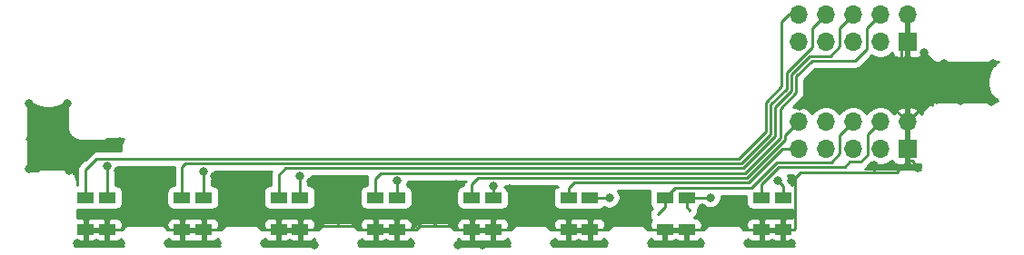
<source format=gtl>
G04 #@! TF.GenerationSoftware,KiCad,Pcbnew,(5.1.6-0-10_14)*
G04 #@! TF.CreationDate,2020-08-11T10:06:07+09:00*
G04 #@! TF.ProjectId,qPCR-photoarray,71504352-2d70-4686-9f74-6f6172726179,rev?*
G04 #@! TF.SameCoordinates,Original*
G04 #@! TF.FileFunction,Copper,L1,Top*
G04 #@! TF.FilePolarity,Positive*
%FSLAX46Y46*%
G04 Gerber Fmt 4.6, Leading zero omitted, Abs format (unit mm)*
G04 Created by KiCad (PCBNEW (5.1.6-0-10_14)) date 2020-08-11 10:06:07*
%MOMM*%
%LPD*%
G01*
G04 APERTURE LIST*
G04 #@! TA.AperFunction,ComponentPad*
%ADD10R,1.700000X1.700000*%
G04 #@! TD*
G04 #@! TA.AperFunction,ComponentPad*
%ADD11O,1.700000X1.700000*%
G04 #@! TD*
G04 #@! TA.AperFunction,SMDPad,CuDef*
%ADD12R,1.600000X1.000000*%
G04 #@! TD*
G04 #@! TA.AperFunction,ViaPad*
%ADD13C,0.800000*%
G04 #@! TD*
G04 #@! TA.AperFunction,Conductor*
%ADD14C,0.250000*%
G04 #@! TD*
G04 #@! TA.AperFunction,Conductor*
%ADD15C,0.254000*%
G04 #@! TD*
G04 APERTURE END LIST*
D10*
G04 #@! TO.P,U2,1*
G04 #@! TO.N,GND*
X193095000Y-102000000D03*
D11*
G04 #@! TO.P,U2,2*
X193095000Y-99460000D03*
G04 #@! TO.P,U2,3*
G04 #@! TO.N,OUT16*
X190555000Y-102000000D03*
G04 #@! TO.P,U2,4*
G04 #@! TO.N,OUT15*
X190555000Y-99460000D03*
G04 #@! TO.P,U2,5*
G04 #@! TO.N,OUT14*
X188015000Y-102000000D03*
G04 #@! TO.P,U2,6*
G04 #@! TO.N,OUT13*
X188015000Y-99460000D03*
G04 #@! TO.P,U2,7*
G04 #@! TO.N,OUT12*
X185475000Y-102000000D03*
G04 #@! TO.P,U2,8*
G04 #@! TO.N,OUT10*
X185475000Y-99460000D03*
G04 #@! TO.P,U2,9*
G04 #@! TO.N,OUT11*
X182935000Y-102000000D03*
G04 #@! TO.P,U2,10*
G04 #@! TO.N,OUT9*
X182935000Y-99460000D03*
G04 #@! TD*
D12*
G04 #@! TO.P,D10,1*
G04 #@! TO.N,OUT10*
X154500000Y-106500000D03*
G04 #@! TO.P,D10,2*
G04 #@! TO.N,GND*
X154500000Y-109500000D03*
G04 #@! TD*
G04 #@! TO.P,D4,1*
G04 #@! TO.N,OUT4*
X127500000Y-106500000D03*
G04 #@! TO.P,D4,2*
G04 #@! TO.N,GND*
X127500000Y-109500000D03*
G04 #@! TD*
G04 #@! TO.P,D2,1*
G04 #@! TO.N,OUT2*
X118500000Y-106500000D03*
G04 #@! TO.P,D2,2*
G04 #@! TO.N,GND*
X118500000Y-109500000D03*
G04 #@! TD*
G04 #@! TO.P,D1,1*
G04 #@! TO.N,OUT1*
X116500000Y-106500000D03*
G04 #@! TO.P,D1,2*
G04 #@! TO.N,GND*
X116500000Y-109500000D03*
G04 #@! TD*
G04 #@! TO.P,D3,1*
G04 #@! TO.N,OUT3*
X125500000Y-106500000D03*
G04 #@! TO.P,D3,2*
G04 #@! TO.N,GND*
X125500000Y-109500000D03*
G04 #@! TD*
G04 #@! TO.P,D5,1*
G04 #@! TO.N,OUT5*
X134500000Y-106500000D03*
G04 #@! TO.P,D5,2*
G04 #@! TO.N,GND*
X134500000Y-109500000D03*
G04 #@! TD*
G04 #@! TO.P,D6,1*
G04 #@! TO.N,OUT6*
X136500000Y-106500000D03*
G04 #@! TO.P,D6,2*
G04 #@! TO.N,GND*
X136500000Y-109500000D03*
G04 #@! TD*
G04 #@! TO.P,D7,1*
G04 #@! TO.N,OUT7*
X143500000Y-106500000D03*
G04 #@! TO.P,D7,2*
G04 #@! TO.N,GND*
X143500000Y-109500000D03*
G04 #@! TD*
G04 #@! TO.P,D8,1*
G04 #@! TO.N,OUT8*
X145500000Y-106500000D03*
G04 #@! TO.P,D8,2*
G04 #@! TO.N,GND*
X145500000Y-109500000D03*
G04 #@! TD*
G04 #@! TO.P,D9,1*
G04 #@! TO.N,OUT9*
X152500000Y-106500000D03*
G04 #@! TO.P,D9,2*
G04 #@! TO.N,GND*
X152500000Y-109500000D03*
G04 #@! TD*
G04 #@! TO.P,D11,1*
G04 #@! TO.N,OUT11*
X161500000Y-106500000D03*
G04 #@! TO.P,D11,2*
G04 #@! TO.N,GND*
X161500000Y-109500000D03*
G04 #@! TD*
G04 #@! TO.P,D12,1*
G04 #@! TO.N,OUT12*
X163500000Y-106500000D03*
G04 #@! TO.P,D12,2*
G04 #@! TO.N,GND*
X163500000Y-109500000D03*
G04 #@! TD*
G04 #@! TO.P,D13,1*
G04 #@! TO.N,OUT13*
X170500000Y-106500000D03*
G04 #@! TO.P,D13,2*
G04 #@! TO.N,GND*
X170500000Y-109500000D03*
G04 #@! TD*
G04 #@! TO.P,D14,1*
G04 #@! TO.N,OUT14*
X172500000Y-106500000D03*
G04 #@! TO.P,D14,2*
G04 #@! TO.N,GND*
X172500000Y-109500000D03*
G04 #@! TD*
G04 #@! TO.P,D15,1*
G04 #@! TO.N,OUT15*
X179500000Y-106500000D03*
G04 #@! TO.P,D15,2*
G04 #@! TO.N,GND*
X179500000Y-109500000D03*
G04 #@! TD*
G04 #@! TO.P,D16,1*
G04 #@! TO.N,OUT16*
X181500000Y-106500000D03*
G04 #@! TO.P,D16,2*
G04 #@! TO.N,GND*
X181500000Y-109500000D03*
G04 #@! TD*
D11*
G04 #@! TO.P,U1,10*
G04 #@! TO.N,OUT1*
X182935000Y-89460000D03*
G04 #@! TO.P,U1,9*
G04 #@! TO.N,OUT2*
X182935000Y-92000000D03*
G04 #@! TO.P,U1,8*
G04 #@! TO.N,OUT3*
X185475000Y-89460000D03*
G04 #@! TO.P,U1,7*
G04 #@! TO.N,OUT4*
X185475000Y-92000000D03*
G04 #@! TO.P,U1,6*
G04 #@! TO.N,OUT5*
X188015000Y-89460000D03*
G04 #@! TO.P,U1,5*
G04 #@! TO.N,OUT6*
X188015000Y-92000000D03*
G04 #@! TO.P,U1,4*
G04 #@! TO.N,OUT7*
X190555000Y-89460000D03*
G04 #@! TO.P,U1,3*
G04 #@! TO.N,OUT8*
X190555000Y-92000000D03*
G04 #@! TO.P,U1,2*
G04 #@! TO.N,GND*
X193095000Y-89460000D03*
D10*
G04 #@! TO.P,U1,1*
X193095000Y-92000000D03*
G04 #@! TD*
D13*
G04 #@! TO.N,GND*
X111200000Y-97700000D03*
X194500000Y-97000000D03*
X189500000Y-98000000D03*
X195800000Y-97400000D03*
X194600000Y-93000000D03*
X201100000Y-94000000D03*
X198200000Y-95500000D03*
X196500000Y-94000000D03*
X200000000Y-95000000D03*
X114800000Y-97700000D03*
X111400000Y-101100000D03*
X111200000Y-103800000D03*
X119700000Y-101300000D03*
X115000000Y-101000000D03*
X115000000Y-104000000D03*
X119500000Y-104000000D03*
X124500000Y-104000000D03*
X122000000Y-108500000D03*
X117500000Y-110800000D03*
X135500000Y-110800000D03*
X144500000Y-110800000D03*
X153500000Y-110900000D03*
X162500000Y-110800000D03*
X171500000Y-110800000D03*
X180500000Y-110800000D03*
X182300000Y-110800000D03*
X178200000Y-110800000D03*
X173800000Y-110800000D03*
X169200000Y-110800000D03*
X164800000Y-110800000D03*
X160200000Y-110800000D03*
X155800000Y-110800000D03*
X151200000Y-110900000D03*
X146800000Y-110800000D03*
X142200000Y-110800000D03*
X137800000Y-110900000D03*
X133200000Y-110800000D03*
X128800000Y-110800000D03*
X124200000Y-110800000D03*
X119800000Y-110800000D03*
X115700000Y-110800000D03*
X122000000Y-106000000D03*
X131000000Y-106000000D03*
X131000000Y-108500000D03*
X128500000Y-104500000D03*
X133500000Y-104500000D03*
X140000000Y-108500000D03*
X140000000Y-106000000D03*
X142500000Y-105000000D03*
X137500000Y-105000000D03*
X149000000Y-108500000D03*
X149000000Y-106500000D03*
X147000000Y-105400000D03*
X151000000Y-105300000D03*
X158000000Y-108500000D03*
X158000000Y-106500000D03*
X156000000Y-105700000D03*
X159800000Y-106000000D03*
X176000000Y-108500000D03*
X174000000Y-107500000D03*
X177700000Y-106700000D03*
X190000000Y-103500000D03*
X183900000Y-95500000D03*
X183000000Y-98000000D03*
X186500000Y-98000000D03*
X192000000Y-98000000D03*
X186600000Y-94900000D03*
X190300000Y-93800000D03*
X185500000Y-96500000D03*
X188500000Y-96000000D03*
X191000000Y-96000000D03*
X193000000Y-95500000D03*
X200900000Y-97600000D03*
X198000000Y-97500000D03*
X113000000Y-103000000D03*
X113000000Y-99000000D03*
X116300000Y-102700000D03*
X167000000Y-108500000D03*
X168600000Y-106500000D03*
X167100000Y-106400000D03*
X194000000Y-103700000D03*
X182300000Y-104900000D03*
G04 #@! TO.N,OUT2*
X118500000Y-103600010D03*
G04 #@! TO.N,OUT4*
X127500000Y-104100000D03*
G04 #@! TO.N,OUT6*
X136500000Y-104500028D03*
G04 #@! TO.N,OUT8*
X145500000Y-104950038D03*
G04 #@! TO.N,OUT10*
X154500000Y-105400046D03*
G04 #@! TO.N,OUT12*
X165300000Y-106500000D03*
G04 #@! TO.N,OUT14*
X174700000Y-106500000D03*
G04 #@! TO.N,OUT16*
X181000000Y-104900000D03*
G04 #@! TD*
D14*
G04 #@! TO.N,GND*
X116500000Y-109500000D02*
X118500000Y-109500000D01*
X125500000Y-109500000D02*
X127500000Y-109500000D01*
X134500000Y-109500000D02*
X136500000Y-109500000D01*
X143500000Y-109500000D02*
X145500000Y-109500000D01*
X152500000Y-109500000D02*
X154500000Y-109500000D01*
X161500000Y-109500000D02*
X163500000Y-109500000D01*
X170500000Y-109500000D02*
X172500000Y-109500000D01*
X179500000Y-109500000D02*
X181500000Y-109500000D01*
X193095000Y-99460000D02*
X193095000Y-102000000D01*
X194500000Y-98055000D02*
X194500000Y-97000000D01*
X193095000Y-99460000D02*
X194500000Y-98055000D01*
X194500000Y-96000000D02*
X192500000Y-94000000D01*
X194500000Y-97000000D02*
X194500000Y-96000000D01*
X192500000Y-92595000D02*
X193095000Y-92000000D01*
X192500000Y-94000000D02*
X192500000Y-92595000D01*
X193095000Y-89460000D02*
X193095000Y-92000000D01*
X196100000Y-94500000D02*
X196500000Y-94500000D01*
X199500000Y-94500000D02*
X200000000Y-95000000D01*
X201200000Y-93800000D02*
X200000000Y-95000000D01*
X201600000Y-93800000D02*
X201200000Y-93800000D01*
X200000000Y-96000000D02*
X200000000Y-95000000D01*
X198200000Y-94500000D02*
X199500000Y-94500000D01*
X198200000Y-96300000D02*
X198200000Y-94500000D01*
X196500000Y-94500000D02*
X198200000Y-94500000D01*
X195400000Y-94400000D02*
X195700000Y-94100000D01*
X195700000Y-94100000D02*
X196100000Y-94500000D01*
X194600000Y-93000000D02*
X195700000Y-94100000D01*
X194500000Y-97000000D02*
X195400000Y-97000000D01*
X195400000Y-97000000D02*
X195400000Y-94400000D01*
X195400000Y-97900000D02*
X195400000Y-97000000D01*
X118500000Y-109500000D02*
X119800000Y-109500000D01*
X119800000Y-109500000D02*
X120192144Y-109107856D01*
X124200000Y-109500000D02*
X125500000Y-109500000D01*
X123807856Y-109107856D02*
X124200000Y-109500000D01*
X127500000Y-109500000D02*
X129100000Y-109500000D01*
X129100000Y-109500000D02*
X129492144Y-109107856D01*
X132900000Y-109500000D02*
X134500000Y-109500000D01*
X132507856Y-109107856D02*
X132900000Y-109500000D01*
X136500000Y-109500000D02*
X138200000Y-109500000D01*
X138200000Y-109500000D02*
X138575754Y-109124246D01*
X141900000Y-109500000D02*
X143500000Y-109500000D01*
X141524246Y-109124246D02*
X141900000Y-109500000D01*
X150900000Y-109500000D02*
X152500000Y-109500000D01*
X147261496Y-109500000D02*
X147637250Y-109124246D01*
X150524246Y-109124246D02*
X150900000Y-109500000D01*
X145500000Y-109500000D02*
X147261496Y-109500000D01*
X154500000Y-109500000D02*
X156100000Y-109500000D01*
X156492144Y-109107856D02*
X159407856Y-109107856D01*
X156100000Y-109500000D02*
X156492144Y-109107856D01*
X159800000Y-109500000D02*
X161500000Y-109500000D01*
X159407856Y-109107856D02*
X159800000Y-109500000D01*
X163500000Y-109500000D02*
X165200000Y-109500000D01*
X165200000Y-109500000D02*
X165592144Y-109107856D01*
X168900000Y-109500000D02*
X170500000Y-109500000D01*
X168507856Y-109107856D02*
X168900000Y-109500000D01*
X172500000Y-109500000D02*
X174100000Y-109500000D01*
X174100000Y-109500000D02*
X174492144Y-109107856D01*
X177800000Y-109500000D02*
X179500000Y-109500000D01*
X177407856Y-109107856D02*
X177800000Y-109500000D01*
X182550000Y-109500000D02*
X182625001Y-109424999D01*
X182625001Y-109424999D02*
X182625001Y-105474999D01*
X181500000Y-109500000D02*
X182550000Y-109500000D01*
X112500000Y-99000000D02*
X113000000Y-99000000D01*
X111000000Y-97500000D02*
X112500000Y-99000000D01*
X113500000Y-99000000D02*
X113000000Y-99000000D01*
X115000000Y-97500000D02*
X113500000Y-99000000D01*
X111000000Y-101000000D02*
X113000000Y-99000000D01*
X115000000Y-101000000D02*
X113000000Y-99000000D01*
X113000000Y-103000000D02*
X115000000Y-101000000D01*
X115000000Y-101500000D02*
X115000000Y-101000000D01*
X116500000Y-103000000D02*
X115000000Y-101500000D01*
X118500000Y-101000000D02*
X116500000Y-103000000D01*
X120000000Y-101000000D02*
X118500000Y-101000000D01*
X115500000Y-111000000D02*
X117500000Y-111000000D01*
X118500000Y-109500000D02*
X118500000Y-111000000D01*
X118500000Y-111000000D02*
X120000000Y-111000000D01*
X117500000Y-111000000D02*
X118500000Y-111000000D01*
X122000000Y-109000000D02*
X121892144Y-109107856D01*
X122000000Y-108500000D02*
X122000000Y-109000000D01*
X121892144Y-109107856D02*
X123807856Y-109107856D01*
X120192144Y-109107856D02*
X121892144Y-109107856D01*
X122000000Y-106000000D02*
X122000000Y-108500000D01*
X121500000Y-106000000D02*
X122000000Y-106000000D01*
X119500000Y-104000000D02*
X121500000Y-106000000D01*
X122500000Y-106000000D02*
X122000000Y-106000000D01*
X124500000Y-104000000D02*
X122500000Y-106000000D01*
X131000000Y-109000000D02*
X130892144Y-109107856D01*
X130892144Y-109107856D02*
X132507856Y-109107856D01*
X131000000Y-108500000D02*
X131000000Y-109000000D01*
X129492144Y-109107856D02*
X130892144Y-109107856D01*
X124000000Y-111000000D02*
X126500000Y-111000000D01*
X127500000Y-109500000D02*
X127500000Y-111000000D01*
X127500000Y-111000000D02*
X129000000Y-111000000D01*
X126500000Y-111000000D02*
X127500000Y-111000000D01*
X131000000Y-106000000D02*
X131000000Y-108500000D01*
X129500000Y-104500000D02*
X131000000Y-106000000D01*
X128500000Y-104500000D02*
X129500000Y-104500000D01*
X132500000Y-104500000D02*
X131000000Y-106000000D01*
X133500000Y-104500000D02*
X132500000Y-104500000D01*
X133000000Y-111000000D02*
X135500000Y-111000000D01*
X136500000Y-109500000D02*
X136500000Y-111000000D01*
X136500000Y-111000000D02*
X138000000Y-111000000D01*
X135500000Y-111000000D02*
X136500000Y-111000000D01*
X139000000Y-105000000D02*
X140000000Y-106000000D01*
X137500000Y-105000000D02*
X139000000Y-105000000D01*
X141000000Y-105000000D02*
X140000000Y-106000000D01*
X142500000Y-105000000D02*
X141000000Y-105000000D01*
X140000000Y-106000000D02*
X140000000Y-108500000D01*
X140000000Y-109000000D02*
X140124246Y-109124246D01*
X140000000Y-108500000D02*
X140000000Y-109000000D01*
X140124246Y-109124246D02*
X141524246Y-109124246D01*
X138575754Y-109124246D02*
X140124246Y-109124246D01*
X142000000Y-111000000D02*
X144500000Y-111000000D01*
X145500000Y-109500000D02*
X145500000Y-111000000D01*
X145500000Y-111000000D02*
X147000000Y-111000000D01*
X144500000Y-111000000D02*
X145500000Y-111000000D01*
X147500000Y-105000000D02*
X149000000Y-106500000D01*
X146500000Y-105000000D02*
X147500000Y-105000000D01*
X150500000Y-105000000D02*
X149000000Y-106500000D01*
X152000000Y-105000000D02*
X150500000Y-105000000D01*
X149000000Y-106500000D02*
X149000000Y-108500000D01*
X149000000Y-109000000D02*
X149124246Y-109124246D01*
X149000000Y-108500000D02*
X149000000Y-109000000D01*
X149124246Y-109124246D02*
X150524246Y-109124246D01*
X147637250Y-109124246D02*
X149124246Y-109124246D01*
X151000000Y-111000000D02*
X153500000Y-111000000D01*
X154500000Y-109500000D02*
X154500000Y-111000000D01*
X154500000Y-111000000D02*
X156000000Y-111000000D01*
X153500000Y-111000000D02*
X154500000Y-111000000D01*
X157000000Y-105500000D02*
X158000000Y-106500000D01*
X155500000Y-105500000D02*
X157000000Y-105500000D01*
X159000000Y-105500000D02*
X158000000Y-106500000D01*
X160500000Y-105500000D02*
X159000000Y-105500000D01*
X158000000Y-106500000D02*
X158000000Y-108500000D01*
X158000000Y-108500000D02*
X158000000Y-109000000D01*
X160000000Y-111000000D02*
X162500000Y-111000000D01*
X163500000Y-109500000D02*
X163500000Y-111000000D01*
X163500000Y-111000000D02*
X165000000Y-111000000D01*
X162500000Y-111000000D02*
X163500000Y-111000000D01*
X169000000Y-106000000D02*
X167000000Y-106000000D01*
X167000000Y-106000000D02*
X167000000Y-108500000D01*
X167000000Y-109000000D02*
X167107856Y-109107856D01*
X167000000Y-108500000D02*
X167000000Y-109000000D01*
X167107856Y-109107856D02*
X168507856Y-109107856D01*
X165592144Y-109107856D02*
X167107856Y-109107856D01*
X169000000Y-111000000D02*
X171500000Y-111000000D01*
X172500000Y-109500000D02*
X172500000Y-111000000D01*
X172500000Y-111000000D02*
X174000000Y-111000000D01*
X171500000Y-111000000D02*
X172500000Y-111000000D01*
X175000000Y-107500000D02*
X176000000Y-108500000D01*
X174000000Y-107500000D02*
X175000000Y-107500000D01*
X178000000Y-106500000D02*
X176000000Y-108500000D01*
X176000000Y-108500000D02*
X176000000Y-109000000D01*
X176000000Y-109000000D02*
X175892144Y-109107856D01*
X175892144Y-109107856D02*
X177407856Y-109107856D01*
X174492144Y-109107856D02*
X175892144Y-109107856D01*
X178000000Y-111000000D02*
X180500000Y-111000000D01*
X181500000Y-109500000D02*
X181500000Y-111000000D01*
X181500000Y-111000000D02*
X182500000Y-111000000D01*
X180500000Y-111000000D02*
X181500000Y-111000000D01*
X183500000Y-97500000D02*
X183500000Y-95500000D01*
X183000000Y-98000000D02*
X183500000Y-97500000D01*
X192000000Y-98365000D02*
X193095000Y-99460000D01*
X192000000Y-98000000D02*
X192000000Y-98365000D01*
X192000000Y-98000000D02*
X189500000Y-98000000D01*
X189500000Y-98000000D02*
X186500000Y-98000000D01*
X186500000Y-98000000D02*
X183000000Y-98000000D01*
X185500000Y-95500000D02*
X186500000Y-94500000D01*
X183500000Y-95500000D02*
X185500000Y-95500000D01*
X185500000Y-96500000D02*
X185500000Y-95500000D01*
X186000000Y-96000000D02*
X185500000Y-96500000D01*
X188500000Y-96000000D02*
X186000000Y-96000000D01*
X188500000Y-96000000D02*
X191000000Y-96000000D01*
X190000000Y-95000000D02*
X191000000Y-96000000D01*
X190000000Y-93500000D02*
X190000000Y-95000000D01*
X191500000Y-95500000D02*
X191000000Y-96000000D01*
X193000000Y-95500000D02*
X191500000Y-95500000D01*
X198000000Y-96500000D02*
X198200000Y-96300000D01*
X198000000Y-97500000D02*
X198000000Y-96500000D01*
X201500000Y-97500000D02*
X200000000Y-96000000D01*
X183136506Y-104124990D02*
X182624990Y-104636506D01*
X193095000Y-103100000D02*
X192070010Y-104124990D01*
X193095000Y-102000000D02*
X193095000Y-103100000D01*
X190000000Y-104049980D02*
X189924990Y-104124990D01*
X190000000Y-103500000D02*
X190000000Y-104049980D01*
X189924990Y-104124990D02*
X183136506Y-104124990D01*
X192070010Y-104124990D02*
X189924990Y-104124990D01*
X182500000Y-104850020D02*
X182624990Y-104975010D01*
X182500000Y-104700000D02*
X182500000Y-104850020D01*
X182624990Y-104975010D02*
X182624990Y-105474999D01*
X182624990Y-104636506D02*
X182624990Y-104975010D01*
X193500000Y-103100000D02*
X193095000Y-103100000D01*
X194300000Y-103900000D02*
X193500000Y-103100000D01*
X112000000Y-104000000D02*
X113000000Y-103000000D01*
X111000000Y-104000000D02*
X112000000Y-104000000D01*
X201000000Y-97500000D02*
X200900000Y-97600000D01*
X201500000Y-97500000D02*
X201000000Y-97500000D01*
G04 #@! TO.N,OUT1*
X116500000Y-106500000D02*
X116200000Y-106500000D01*
X182040000Y-89460000D02*
X182935000Y-89460000D01*
X181375010Y-90124990D02*
X182040000Y-89460000D01*
X117524990Y-102875010D02*
X177386674Y-102875010D01*
X116500000Y-103900000D02*
X117524990Y-102875010D01*
X116500000Y-106500000D02*
X116500000Y-103900000D01*
X177386674Y-102875010D02*
X179875010Y-100386674D01*
X181375010Y-96155334D02*
X181375010Y-94524990D01*
X179875010Y-97655334D02*
X181375010Y-96155334D01*
X179875010Y-100386674D02*
X179875010Y-97655334D01*
X181375010Y-94524990D02*
X181375010Y-90124990D01*
X181375010Y-94655334D02*
X181375010Y-94524990D01*
G04 #@! TO.N,OUT2*
X118500000Y-106500000D02*
X118800000Y-106500000D01*
X118500000Y-106500000D02*
X118500000Y-103600010D01*
G04 #@! TO.N,OUT3*
X125500000Y-106500000D02*
X125200000Y-106500000D01*
X125500000Y-106500000D02*
X125500000Y-103625020D01*
X125800000Y-103325020D02*
X177573075Y-103325019D01*
X125500000Y-103625020D02*
X125800000Y-103325020D01*
X184200000Y-90735000D02*
X185475000Y-89460000D01*
X184200000Y-92466754D02*
X184200000Y-90735000D01*
X177573075Y-103325019D02*
X180325020Y-100573074D01*
X180325020Y-100573074D02*
X180325020Y-97841734D01*
X180325020Y-97841734D02*
X181825020Y-96341734D01*
X181825020Y-94841734D02*
X181825020Y-96341734D01*
X184200000Y-92466754D02*
X181825020Y-94841734D01*
G04 #@! TO.N,OUT4*
X127500000Y-106500000D02*
X127900000Y-106500000D01*
X127500000Y-106500000D02*
X127500000Y-104100000D01*
G04 #@! TO.N,OUT5*
X134500000Y-106500000D02*
X134200000Y-106500000D01*
X186800000Y-90675000D02*
X188015000Y-89460000D01*
X186800000Y-92414002D02*
X186800000Y-90675000D01*
X184003164Y-93300000D02*
X185914002Y-93300000D01*
X185914002Y-93300000D02*
X186800000Y-92414002D01*
X134500000Y-104400000D02*
X135124972Y-103775028D01*
X135124972Y-103775028D02*
X177759476Y-103775028D01*
X134500000Y-106500000D02*
X134500000Y-104400000D01*
X182275030Y-95028134D02*
X184003164Y-93300000D01*
X180775030Y-98028134D02*
X182275030Y-96528134D01*
X182275030Y-96528134D02*
X182275030Y-95028134D01*
X180775030Y-100759474D02*
X180775030Y-98028134D01*
X177759476Y-103775028D02*
X180775030Y-100759474D01*
G04 #@! TO.N,OUT6*
X136500000Y-106500000D02*
X136700000Y-106500000D01*
X136500000Y-106500000D02*
X136500000Y-105000000D01*
X136500000Y-105000000D02*
X136500000Y-104500028D01*
G04 #@! TO.N,OUT7*
X143500000Y-106500000D02*
X143200000Y-106500000D01*
X184189564Y-93750010D02*
X188193990Y-93750010D01*
X188193990Y-93750010D02*
X189300000Y-92644000D01*
X189300000Y-90715000D02*
X190555000Y-89460000D01*
X144000000Y-104225038D02*
X177945877Y-104225037D01*
X143500000Y-106500000D02*
X143500000Y-104725038D01*
X143500000Y-104725038D02*
X144000000Y-104225038D01*
X189300000Y-92644000D02*
X189300000Y-90715000D01*
X181225039Y-98214535D02*
X182725040Y-96714534D01*
X181225039Y-100945875D02*
X181225039Y-98214535D01*
X177945877Y-104225037D02*
X181225039Y-100945875D01*
X182725040Y-96714534D02*
X182725040Y-95214534D01*
X182725040Y-95214534D02*
X184189564Y-93750010D01*
G04 #@! TO.N,OUT8*
X145500000Y-106500000D02*
X145800000Y-106500000D01*
X145500000Y-106500000D02*
X145500000Y-105000000D01*
X145500000Y-105000000D02*
X145500000Y-104950038D01*
G04 #@! TO.N,OUT9*
X152500000Y-106500000D02*
X152500000Y-105275047D01*
X153100001Y-104675046D02*
X178132278Y-104675046D01*
X152500000Y-105275047D02*
X153100001Y-104675046D01*
X181675049Y-100719951D02*
X182935000Y-99460000D01*
X181675049Y-101132275D02*
X181675049Y-100719951D01*
X178132278Y-104675046D02*
X181675049Y-101132275D01*
G04 #@! TO.N,OUT10*
X154500000Y-106500000D02*
X154500000Y-105400000D01*
X154500000Y-105400000D02*
X154500000Y-105400046D01*
G04 #@! TO.N,OUT11*
X181443734Y-102000000D02*
X182935000Y-102000000D01*
X178318679Y-105125055D02*
X181443734Y-102000000D01*
X161500000Y-105625056D02*
X162000000Y-105125056D01*
X162000000Y-105125056D02*
X178318679Y-105125055D01*
X161500000Y-106500000D02*
X161500000Y-105625056D01*
G04 #@! TO.N,OUT12*
X163500000Y-106500000D02*
X165300000Y-106500000D01*
G04 #@! TO.N,OUT13*
X170500000Y-106500000D02*
X170500000Y-107400000D01*
X170500000Y-107400000D02*
X169800000Y-108100000D01*
X186800000Y-100675000D02*
X188015000Y-99460000D01*
X186800000Y-102414002D02*
X186800000Y-100675000D01*
X170500000Y-106500000D02*
X171424936Y-105575064D01*
X186014002Y-103200000D02*
X186800000Y-102414002D01*
X178524936Y-105575064D02*
X180900000Y-103200000D01*
X180900000Y-103200000D02*
X186014002Y-103200000D01*
X171424936Y-105575064D02*
X178524936Y-105575064D01*
G04 #@! TO.N,OUT14*
X172500000Y-106500000D02*
X172500000Y-107400000D01*
X172500000Y-107400000D02*
X172800000Y-107700000D01*
X172500000Y-106500000D02*
X174700000Y-106500000D01*
G04 #@! TO.N,OUT15*
X179500000Y-106500000D02*
X179200000Y-106500000D01*
X189379999Y-102520001D02*
X189379999Y-100635001D01*
X188724999Y-103175001D02*
X189379999Y-102520001D01*
X187724999Y-103175001D02*
X188724999Y-103175001D01*
X187249990Y-103650010D02*
X187724999Y-103175001D01*
X181086400Y-103650010D02*
X187249990Y-103650010D01*
X189379999Y-100635001D02*
X190555000Y-99460000D01*
X179500000Y-105236410D02*
X181086400Y-103650010D01*
X179500000Y-106500000D02*
X179500000Y-105236410D01*
G04 #@! TO.N,OUT16*
X181500000Y-105400000D02*
X181000000Y-104900000D01*
X181500000Y-106500000D02*
X181500000Y-105400000D01*
G04 #@! TD*
D15*
G04 #@! TO.N,GND*
G36*
X178061928Y-107000000D02*
G01*
X178074188Y-107124482D01*
X178110498Y-107244180D01*
X178169463Y-107354494D01*
X178248815Y-107451185D01*
X178345506Y-107530537D01*
X178455820Y-107589502D01*
X178575518Y-107625812D01*
X178700000Y-107638072D01*
X180300000Y-107638072D01*
X180424482Y-107625812D01*
X180500000Y-107602904D01*
X180575518Y-107625812D01*
X180700000Y-107638072D01*
X182300000Y-107638072D01*
X182315001Y-107636595D01*
X182315000Y-108363405D01*
X182300000Y-108361928D01*
X181785750Y-108365000D01*
X181627000Y-108523750D01*
X181627000Y-109373000D01*
X181647000Y-109373000D01*
X181647000Y-109627000D01*
X181627000Y-109627000D01*
X181627000Y-110476250D01*
X181785750Y-110635000D01*
X182300000Y-110638072D01*
X182315000Y-110636595D01*
X182315000Y-110815000D01*
X178185000Y-110815000D01*
X178185000Y-110373426D01*
X178248815Y-110451185D01*
X178345506Y-110530537D01*
X178455820Y-110589502D01*
X178575518Y-110625812D01*
X178700000Y-110638072D01*
X179214250Y-110635000D01*
X179373000Y-110476250D01*
X179373000Y-109627000D01*
X179627000Y-109627000D01*
X179627000Y-110476250D01*
X179785750Y-110635000D01*
X180300000Y-110638072D01*
X180424482Y-110625812D01*
X180500000Y-110602904D01*
X180575518Y-110625812D01*
X180700000Y-110638072D01*
X181214250Y-110635000D01*
X181373000Y-110476250D01*
X181373000Y-109627000D01*
X179627000Y-109627000D01*
X179373000Y-109627000D01*
X179353000Y-109627000D01*
X179353000Y-109373000D01*
X179373000Y-109373000D01*
X179373000Y-108523750D01*
X179627000Y-108523750D01*
X179627000Y-109373000D01*
X181373000Y-109373000D01*
X181373000Y-108523750D01*
X181214250Y-108365000D01*
X180700000Y-108361928D01*
X180575518Y-108374188D01*
X180500000Y-108397096D01*
X180424482Y-108374188D01*
X180300000Y-108361928D01*
X179785750Y-108365000D01*
X179627000Y-108523750D01*
X179373000Y-108523750D01*
X179214250Y-108365000D01*
X178700000Y-108361928D01*
X178575518Y-108374188D01*
X178455820Y-108410498D01*
X178345506Y-108469463D01*
X178248815Y-108548815D01*
X178169463Y-108645506D01*
X178110498Y-108755820D01*
X178074188Y-108875518D01*
X178061928Y-109000000D01*
X178065000Y-109214250D01*
X178223748Y-109372998D01*
X178065000Y-109372998D01*
X178065000Y-109483278D01*
X178063489Y-109480436D01*
X178017077Y-109394598D01*
X177982350Y-109343115D01*
X177948364Y-109291179D01*
X177942320Y-109283767D01*
X177880118Y-109208579D01*
X177836051Y-109164818D01*
X177792630Y-109120478D01*
X177785261Y-109114381D01*
X177709640Y-109052706D01*
X177657959Y-109018368D01*
X177606694Y-108983267D01*
X177598281Y-108978718D01*
X177512120Y-108932906D01*
X177454704Y-108909242D01*
X177397661Y-108884792D01*
X177388525Y-108881964D01*
X177295107Y-108853759D01*
X177234195Y-108841698D01*
X177173471Y-108828791D01*
X177163959Y-108827791D01*
X177066841Y-108818269D01*
X177066837Y-108818269D01*
X177033647Y-108815000D01*
X174966353Y-108815000D01*
X174937399Y-108817852D01*
X174934427Y-108817831D01*
X174924909Y-108818764D01*
X174876790Y-108823821D01*
X174865717Y-108824912D01*
X174865348Y-108825024D01*
X174827860Y-108828964D01*
X174767017Y-108841453D01*
X174706058Y-108853082D01*
X174696902Y-108855846D01*
X174603683Y-108884702D01*
X174546434Y-108908768D01*
X174488881Y-108932021D01*
X174480436Y-108936511D01*
X174394598Y-108982923D01*
X174343115Y-109017650D01*
X174291179Y-109051636D01*
X174283767Y-109057680D01*
X174208579Y-109119882D01*
X174164818Y-109163949D01*
X174120478Y-109207370D01*
X174114381Y-109214739D01*
X174052706Y-109290360D01*
X174018368Y-109342041D01*
X173983267Y-109393306D01*
X173978718Y-109401719D01*
X173935000Y-109483942D01*
X173935000Y-109372998D01*
X173776252Y-109372998D01*
X173935000Y-109214250D01*
X173938072Y-109000000D01*
X173925812Y-108875518D01*
X173889502Y-108755820D01*
X173830537Y-108645506D01*
X173751185Y-108548815D01*
X173654494Y-108469463D01*
X173544180Y-108410498D01*
X173424482Y-108374188D01*
X173300000Y-108361928D01*
X173172423Y-108362690D01*
X173224276Y-108334974D01*
X173340001Y-108240001D01*
X173434974Y-108124276D01*
X173505546Y-107992246D01*
X173549002Y-107848985D01*
X173563676Y-107699999D01*
X173552362Y-107585128D01*
X173654494Y-107530537D01*
X173751185Y-107451185D01*
X173830537Y-107354494D01*
X173881046Y-107260000D01*
X173996289Y-107260000D01*
X174040226Y-107303937D01*
X174209744Y-107417205D01*
X174398102Y-107495226D01*
X174598061Y-107535000D01*
X174801939Y-107535000D01*
X175001898Y-107495226D01*
X175190256Y-107417205D01*
X175359774Y-107303937D01*
X175503937Y-107159774D01*
X175617205Y-106990256D01*
X175695226Y-106801898D01*
X175735000Y-106601939D01*
X175735000Y-106398061D01*
X175722469Y-106335064D01*
X178061928Y-106335064D01*
X178061928Y-107000000D01*
G37*
X178061928Y-107000000D02*
X178074188Y-107124482D01*
X178110498Y-107244180D01*
X178169463Y-107354494D01*
X178248815Y-107451185D01*
X178345506Y-107530537D01*
X178455820Y-107589502D01*
X178575518Y-107625812D01*
X178700000Y-107638072D01*
X180300000Y-107638072D01*
X180424482Y-107625812D01*
X180500000Y-107602904D01*
X180575518Y-107625812D01*
X180700000Y-107638072D01*
X182300000Y-107638072D01*
X182315001Y-107636595D01*
X182315000Y-108363405D01*
X182300000Y-108361928D01*
X181785750Y-108365000D01*
X181627000Y-108523750D01*
X181627000Y-109373000D01*
X181647000Y-109373000D01*
X181647000Y-109627000D01*
X181627000Y-109627000D01*
X181627000Y-110476250D01*
X181785750Y-110635000D01*
X182300000Y-110638072D01*
X182315000Y-110636595D01*
X182315000Y-110815000D01*
X178185000Y-110815000D01*
X178185000Y-110373426D01*
X178248815Y-110451185D01*
X178345506Y-110530537D01*
X178455820Y-110589502D01*
X178575518Y-110625812D01*
X178700000Y-110638072D01*
X179214250Y-110635000D01*
X179373000Y-110476250D01*
X179373000Y-109627000D01*
X179627000Y-109627000D01*
X179627000Y-110476250D01*
X179785750Y-110635000D01*
X180300000Y-110638072D01*
X180424482Y-110625812D01*
X180500000Y-110602904D01*
X180575518Y-110625812D01*
X180700000Y-110638072D01*
X181214250Y-110635000D01*
X181373000Y-110476250D01*
X181373000Y-109627000D01*
X179627000Y-109627000D01*
X179373000Y-109627000D01*
X179353000Y-109627000D01*
X179353000Y-109373000D01*
X179373000Y-109373000D01*
X179373000Y-108523750D01*
X179627000Y-108523750D01*
X179627000Y-109373000D01*
X181373000Y-109373000D01*
X181373000Y-108523750D01*
X181214250Y-108365000D01*
X180700000Y-108361928D01*
X180575518Y-108374188D01*
X180500000Y-108397096D01*
X180424482Y-108374188D01*
X180300000Y-108361928D01*
X179785750Y-108365000D01*
X179627000Y-108523750D01*
X179373000Y-108523750D01*
X179214250Y-108365000D01*
X178700000Y-108361928D01*
X178575518Y-108374188D01*
X178455820Y-108410498D01*
X178345506Y-108469463D01*
X178248815Y-108548815D01*
X178169463Y-108645506D01*
X178110498Y-108755820D01*
X178074188Y-108875518D01*
X178061928Y-109000000D01*
X178065000Y-109214250D01*
X178223748Y-109372998D01*
X178065000Y-109372998D01*
X178065000Y-109483278D01*
X178063489Y-109480436D01*
X178017077Y-109394598D01*
X177982350Y-109343115D01*
X177948364Y-109291179D01*
X177942320Y-109283767D01*
X177880118Y-109208579D01*
X177836051Y-109164818D01*
X177792630Y-109120478D01*
X177785261Y-109114381D01*
X177709640Y-109052706D01*
X177657959Y-109018368D01*
X177606694Y-108983267D01*
X177598281Y-108978718D01*
X177512120Y-108932906D01*
X177454704Y-108909242D01*
X177397661Y-108884792D01*
X177388525Y-108881964D01*
X177295107Y-108853759D01*
X177234195Y-108841698D01*
X177173471Y-108828791D01*
X177163959Y-108827791D01*
X177066841Y-108818269D01*
X177066837Y-108818269D01*
X177033647Y-108815000D01*
X174966353Y-108815000D01*
X174937399Y-108817852D01*
X174934427Y-108817831D01*
X174924909Y-108818764D01*
X174876790Y-108823821D01*
X174865717Y-108824912D01*
X174865348Y-108825024D01*
X174827860Y-108828964D01*
X174767017Y-108841453D01*
X174706058Y-108853082D01*
X174696902Y-108855846D01*
X174603683Y-108884702D01*
X174546434Y-108908768D01*
X174488881Y-108932021D01*
X174480436Y-108936511D01*
X174394598Y-108982923D01*
X174343115Y-109017650D01*
X174291179Y-109051636D01*
X174283767Y-109057680D01*
X174208579Y-109119882D01*
X174164818Y-109163949D01*
X174120478Y-109207370D01*
X174114381Y-109214739D01*
X174052706Y-109290360D01*
X174018368Y-109342041D01*
X173983267Y-109393306D01*
X173978718Y-109401719D01*
X173935000Y-109483942D01*
X173935000Y-109372998D01*
X173776252Y-109372998D01*
X173935000Y-109214250D01*
X173938072Y-109000000D01*
X173925812Y-108875518D01*
X173889502Y-108755820D01*
X173830537Y-108645506D01*
X173751185Y-108548815D01*
X173654494Y-108469463D01*
X173544180Y-108410498D01*
X173424482Y-108374188D01*
X173300000Y-108361928D01*
X173172423Y-108362690D01*
X173224276Y-108334974D01*
X173340001Y-108240001D01*
X173434974Y-108124276D01*
X173505546Y-107992246D01*
X173549002Y-107848985D01*
X173563676Y-107699999D01*
X173552362Y-107585128D01*
X173654494Y-107530537D01*
X173751185Y-107451185D01*
X173830537Y-107354494D01*
X173881046Y-107260000D01*
X173996289Y-107260000D01*
X174040226Y-107303937D01*
X174209744Y-107417205D01*
X174398102Y-107495226D01*
X174598061Y-107535000D01*
X174801939Y-107535000D01*
X175001898Y-107495226D01*
X175190256Y-107417205D01*
X175359774Y-107303937D01*
X175503937Y-107159774D01*
X175617205Y-106990256D01*
X175695226Y-106801898D01*
X175735000Y-106601939D01*
X175735000Y-106398061D01*
X175722469Y-106335064D01*
X178061928Y-106335064D01*
X178061928Y-107000000D01*
G36*
X170627000Y-109373000D02*
G01*
X172373000Y-109373000D01*
X172373000Y-109353000D01*
X172627000Y-109353000D01*
X172627000Y-109373000D01*
X172647000Y-109373000D01*
X172647000Y-109627000D01*
X172627000Y-109627000D01*
X172627000Y-110476250D01*
X172785750Y-110635000D01*
X173300000Y-110638072D01*
X173424482Y-110625812D01*
X173544180Y-110589502D01*
X173654494Y-110530537D01*
X173751185Y-110451185D01*
X173815001Y-110373425D01*
X173815000Y-110815000D01*
X169185000Y-110815000D01*
X169185000Y-110373426D01*
X169248815Y-110451185D01*
X169345506Y-110530537D01*
X169455820Y-110589502D01*
X169575518Y-110625812D01*
X169700000Y-110638072D01*
X170214250Y-110635000D01*
X170373000Y-110476250D01*
X170373000Y-109627000D01*
X170627000Y-109627000D01*
X170627000Y-110476250D01*
X170785750Y-110635000D01*
X171300000Y-110638072D01*
X171424482Y-110625812D01*
X171500000Y-110602904D01*
X171575518Y-110625812D01*
X171700000Y-110638072D01*
X172214250Y-110635000D01*
X172373000Y-110476250D01*
X172373000Y-109627000D01*
X170627000Y-109627000D01*
X170373000Y-109627000D01*
X170353000Y-109627000D01*
X170353000Y-109373000D01*
X170373000Y-109373000D01*
X170373000Y-109353000D01*
X170627000Y-109353000D01*
X170627000Y-109373000D01*
G37*
X170627000Y-109373000D02*
X172373000Y-109373000D01*
X172373000Y-109353000D01*
X172627000Y-109353000D01*
X172627000Y-109373000D01*
X172647000Y-109373000D01*
X172647000Y-109627000D01*
X172627000Y-109627000D01*
X172627000Y-110476250D01*
X172785750Y-110635000D01*
X173300000Y-110638072D01*
X173424482Y-110625812D01*
X173544180Y-110589502D01*
X173654494Y-110530537D01*
X173751185Y-110451185D01*
X173815001Y-110373425D01*
X173815000Y-110815000D01*
X169185000Y-110815000D01*
X169185000Y-110373426D01*
X169248815Y-110451185D01*
X169345506Y-110530537D01*
X169455820Y-110589502D01*
X169575518Y-110625812D01*
X169700000Y-110638072D01*
X170214250Y-110635000D01*
X170373000Y-110476250D01*
X170373000Y-109627000D01*
X170627000Y-109627000D01*
X170627000Y-110476250D01*
X170785750Y-110635000D01*
X171300000Y-110638072D01*
X171424482Y-110625812D01*
X171500000Y-110602904D01*
X171575518Y-110625812D01*
X171700000Y-110638072D01*
X172214250Y-110635000D01*
X172373000Y-110476250D01*
X172373000Y-109627000D01*
X170627000Y-109627000D01*
X170373000Y-109627000D01*
X170353000Y-109627000D01*
X170353000Y-109373000D01*
X170373000Y-109373000D01*
X170373000Y-109353000D01*
X170627000Y-109353000D01*
X170627000Y-109373000D01*
G36*
X124740001Y-103662352D02*
G01*
X124740000Y-105361928D01*
X124700000Y-105361928D01*
X124575518Y-105374188D01*
X124455820Y-105410498D01*
X124345506Y-105469463D01*
X124248815Y-105548815D01*
X124169463Y-105645506D01*
X124110498Y-105755820D01*
X124074188Y-105875518D01*
X124061928Y-106000000D01*
X124061928Y-107000000D01*
X124074188Y-107124482D01*
X124110498Y-107244180D01*
X124169463Y-107354494D01*
X124248815Y-107451185D01*
X124345506Y-107530537D01*
X124455820Y-107589502D01*
X124575518Y-107625812D01*
X124700000Y-107638072D01*
X126300000Y-107638072D01*
X126424482Y-107625812D01*
X126500000Y-107602904D01*
X126575518Y-107625812D01*
X126700000Y-107638072D01*
X128300000Y-107638072D01*
X128424482Y-107625812D01*
X128544180Y-107589502D01*
X128654494Y-107530537D01*
X128751185Y-107451185D01*
X128830537Y-107354494D01*
X128889502Y-107244180D01*
X128925812Y-107124482D01*
X128938072Y-107000000D01*
X128938072Y-106000000D01*
X128925812Y-105875518D01*
X128889502Y-105755820D01*
X128830537Y-105645506D01*
X128751185Y-105548815D01*
X128654494Y-105469463D01*
X128544180Y-105410498D01*
X128424482Y-105374188D01*
X128300000Y-105361928D01*
X128260000Y-105361928D01*
X128260000Y-104803711D01*
X128303937Y-104759774D01*
X128417205Y-104590256D01*
X128495226Y-104401898D01*
X128535000Y-104201939D01*
X128535000Y-104085020D01*
X133806606Y-104085020D01*
X133794454Y-104107754D01*
X133769924Y-104188623D01*
X133750998Y-104251014D01*
X133741755Y-104344863D01*
X133736324Y-104400000D01*
X133740001Y-104437332D01*
X133740001Y-105361928D01*
X133700000Y-105361928D01*
X133575518Y-105374188D01*
X133455820Y-105410498D01*
X133345506Y-105469463D01*
X133248815Y-105548815D01*
X133169463Y-105645506D01*
X133110498Y-105755820D01*
X133074188Y-105875518D01*
X133061928Y-106000000D01*
X133061928Y-107000000D01*
X133074188Y-107124482D01*
X133110498Y-107244180D01*
X133169463Y-107354494D01*
X133248815Y-107451185D01*
X133345506Y-107530537D01*
X133455820Y-107589502D01*
X133575518Y-107625812D01*
X133700000Y-107638072D01*
X135300000Y-107638072D01*
X135424482Y-107625812D01*
X135500000Y-107602904D01*
X135575518Y-107625812D01*
X135700000Y-107638072D01*
X137300000Y-107638072D01*
X137424482Y-107625812D01*
X137544180Y-107589502D01*
X137654494Y-107530537D01*
X137751185Y-107451185D01*
X137830537Y-107354494D01*
X137889502Y-107244180D01*
X137925812Y-107124482D01*
X137938072Y-107000000D01*
X137938072Y-106000000D01*
X137925812Y-105875518D01*
X137889502Y-105755820D01*
X137830537Y-105645506D01*
X137751185Y-105548815D01*
X137654494Y-105469463D01*
X137544180Y-105410498D01*
X137424482Y-105374188D01*
X137300000Y-105361928D01*
X137260000Y-105361928D01*
X137260000Y-105203739D01*
X137303937Y-105159802D01*
X137417205Y-104990284D01*
X137495226Y-104801926D01*
X137535000Y-104601967D01*
X137535000Y-104535028D01*
X142763442Y-104535028D01*
X142750998Y-104576052D01*
X142743486Y-104652324D01*
X142736324Y-104725038D01*
X142740001Y-104762370D01*
X142740001Y-105361928D01*
X142700000Y-105361928D01*
X142575518Y-105374188D01*
X142455820Y-105410498D01*
X142345506Y-105469463D01*
X142248815Y-105548815D01*
X142169463Y-105645506D01*
X142110498Y-105755820D01*
X142074188Y-105875518D01*
X142061928Y-106000000D01*
X142061928Y-107000000D01*
X142074188Y-107124482D01*
X142110498Y-107244180D01*
X142169463Y-107354494D01*
X142248815Y-107451185D01*
X142345506Y-107530537D01*
X142455820Y-107589502D01*
X142575518Y-107625812D01*
X142700000Y-107638072D01*
X144300000Y-107638072D01*
X144424482Y-107625812D01*
X144500000Y-107602904D01*
X144575518Y-107625812D01*
X144700000Y-107638072D01*
X146300000Y-107638072D01*
X146424482Y-107625812D01*
X146544180Y-107589502D01*
X146654494Y-107530537D01*
X146751185Y-107451185D01*
X146830537Y-107354494D01*
X146889502Y-107244180D01*
X146925812Y-107124482D01*
X146938072Y-107000000D01*
X146938072Y-106000000D01*
X146925812Y-105875518D01*
X146889502Y-105755820D01*
X146830537Y-105645506D01*
X146751185Y-105548815D01*
X146654494Y-105469463D01*
X146544180Y-105410498D01*
X146442343Y-105379606D01*
X146495226Y-105251936D01*
X146535000Y-105051977D01*
X146535000Y-104985038D01*
X151793776Y-104985038D01*
X151768962Y-105066841D01*
X151750998Y-105126061D01*
X151743639Y-105200780D01*
X151736324Y-105275047D01*
X151740001Y-105312379D01*
X151740001Y-105361928D01*
X151700000Y-105361928D01*
X151575518Y-105374188D01*
X151455820Y-105410498D01*
X151345506Y-105469463D01*
X151248815Y-105548815D01*
X151169463Y-105645506D01*
X151110498Y-105755820D01*
X151074188Y-105875518D01*
X151061928Y-106000000D01*
X151061928Y-107000000D01*
X151074188Y-107124482D01*
X151110498Y-107244180D01*
X151169463Y-107354494D01*
X151248815Y-107451185D01*
X151345506Y-107530537D01*
X151455820Y-107589502D01*
X151575518Y-107625812D01*
X151700000Y-107638072D01*
X153300000Y-107638072D01*
X153424482Y-107625812D01*
X153500000Y-107602904D01*
X153575518Y-107625812D01*
X153700000Y-107638072D01*
X155300000Y-107638072D01*
X155424482Y-107625812D01*
X155544180Y-107589502D01*
X155654494Y-107530537D01*
X155751185Y-107451185D01*
X155830537Y-107354494D01*
X155889502Y-107244180D01*
X155925812Y-107124482D01*
X155938072Y-107000000D01*
X155938072Y-106000000D01*
X155925812Y-105875518D01*
X155889502Y-105755820D01*
X155830537Y-105645506D01*
X155751185Y-105548815D01*
X155654494Y-105469463D01*
X155590105Y-105435046D01*
X160409895Y-105435046D01*
X160345506Y-105469463D01*
X160248815Y-105548815D01*
X160169463Y-105645506D01*
X160110498Y-105755820D01*
X160074188Y-105875518D01*
X160061928Y-106000000D01*
X160061928Y-107000000D01*
X160074188Y-107124482D01*
X160110498Y-107244180D01*
X160169463Y-107354494D01*
X160248815Y-107451185D01*
X160345506Y-107530537D01*
X160455820Y-107589502D01*
X160575518Y-107625812D01*
X160700000Y-107638072D01*
X162300000Y-107638072D01*
X162424482Y-107625812D01*
X162500000Y-107602904D01*
X162575518Y-107625812D01*
X162700000Y-107638072D01*
X164300000Y-107638072D01*
X164424482Y-107625812D01*
X164544180Y-107589502D01*
X164654494Y-107530537D01*
X164751185Y-107451185D01*
X164789934Y-107403969D01*
X164809744Y-107417205D01*
X164998102Y-107495226D01*
X165198061Y-107535000D01*
X165401939Y-107535000D01*
X165601898Y-107495226D01*
X165790256Y-107417205D01*
X165959774Y-107303937D01*
X166103937Y-107159774D01*
X166217205Y-106990256D01*
X166295226Y-106801898D01*
X166335000Y-106601939D01*
X166335000Y-106398061D01*
X166295226Y-106198102D01*
X166217205Y-106009744D01*
X166133891Y-105885055D01*
X169073249Y-105885055D01*
X169061928Y-106000000D01*
X169061928Y-107000000D01*
X169074188Y-107124482D01*
X169110498Y-107244180D01*
X169169463Y-107354494D01*
X169248815Y-107451185D01*
X169317580Y-107507619D01*
X169236201Y-107588998D01*
X169165026Y-107675724D01*
X169094454Y-107807754D01*
X169050998Y-107951015D01*
X169036324Y-108100000D01*
X169050998Y-108248985D01*
X169094454Y-108392246D01*
X169165026Y-108524276D01*
X169216990Y-108587594D01*
X169169463Y-108645506D01*
X169110498Y-108755820D01*
X169074188Y-108875518D01*
X169061928Y-109000000D01*
X169065000Y-109214250D01*
X169223748Y-109372998D01*
X169065000Y-109372998D01*
X169065000Y-109483278D01*
X169063489Y-109480436D01*
X169017077Y-109394598D01*
X168982350Y-109343115D01*
X168948364Y-109291179D01*
X168942320Y-109283767D01*
X168880118Y-109208579D01*
X168836051Y-109164818D01*
X168792630Y-109120478D01*
X168785261Y-109114381D01*
X168709640Y-109052706D01*
X168657959Y-109018368D01*
X168606694Y-108983267D01*
X168598281Y-108978718D01*
X168512120Y-108932906D01*
X168454704Y-108909242D01*
X168397661Y-108884792D01*
X168388525Y-108881964D01*
X168295107Y-108853759D01*
X168234195Y-108841698D01*
X168173471Y-108828791D01*
X168163959Y-108827791D01*
X168066841Y-108818269D01*
X168066837Y-108818269D01*
X168033647Y-108815000D01*
X165966353Y-108815000D01*
X165937399Y-108817852D01*
X165934427Y-108817831D01*
X165924909Y-108818764D01*
X165876790Y-108823821D01*
X165865717Y-108824912D01*
X165865348Y-108825024D01*
X165827860Y-108828964D01*
X165767017Y-108841453D01*
X165706058Y-108853082D01*
X165696902Y-108855846D01*
X165603683Y-108884702D01*
X165546434Y-108908768D01*
X165488881Y-108932021D01*
X165480436Y-108936511D01*
X165394598Y-108982923D01*
X165343115Y-109017650D01*
X165291179Y-109051636D01*
X165283767Y-109057680D01*
X165208579Y-109119882D01*
X165164818Y-109163949D01*
X165120478Y-109207370D01*
X165114381Y-109214739D01*
X165052706Y-109290360D01*
X165018368Y-109342041D01*
X164983267Y-109393306D01*
X164978718Y-109401719D01*
X164935000Y-109483942D01*
X164935000Y-109372998D01*
X164776252Y-109372998D01*
X164935000Y-109214250D01*
X164938072Y-109000000D01*
X164925812Y-108875518D01*
X164889502Y-108755820D01*
X164830537Y-108645506D01*
X164751185Y-108548815D01*
X164654494Y-108469463D01*
X164544180Y-108410498D01*
X164424482Y-108374188D01*
X164300000Y-108361928D01*
X163785750Y-108365000D01*
X163627000Y-108523750D01*
X163627000Y-109373000D01*
X163647000Y-109373000D01*
X163647000Y-109627000D01*
X163627000Y-109627000D01*
X163627000Y-110476250D01*
X163785750Y-110635000D01*
X164300000Y-110638072D01*
X164424482Y-110625812D01*
X164544180Y-110589502D01*
X164654494Y-110530537D01*
X164751185Y-110451185D01*
X164815001Y-110373425D01*
X164815000Y-110815000D01*
X160185000Y-110815000D01*
X160185000Y-110373426D01*
X160248815Y-110451185D01*
X160345506Y-110530537D01*
X160455820Y-110589502D01*
X160575518Y-110625812D01*
X160700000Y-110638072D01*
X161214250Y-110635000D01*
X161373000Y-110476250D01*
X161373000Y-109627000D01*
X161627000Y-109627000D01*
X161627000Y-110476250D01*
X161785750Y-110635000D01*
X162300000Y-110638072D01*
X162424482Y-110625812D01*
X162500000Y-110602904D01*
X162575518Y-110625812D01*
X162700000Y-110638072D01*
X163214250Y-110635000D01*
X163373000Y-110476250D01*
X163373000Y-109627000D01*
X161627000Y-109627000D01*
X161373000Y-109627000D01*
X161353000Y-109627000D01*
X161353000Y-109373000D01*
X161373000Y-109373000D01*
X161373000Y-108523750D01*
X161627000Y-108523750D01*
X161627000Y-109373000D01*
X163373000Y-109373000D01*
X163373000Y-108523750D01*
X163214250Y-108365000D01*
X162700000Y-108361928D01*
X162575518Y-108374188D01*
X162500000Y-108397096D01*
X162424482Y-108374188D01*
X162300000Y-108361928D01*
X161785750Y-108365000D01*
X161627000Y-108523750D01*
X161373000Y-108523750D01*
X161214250Y-108365000D01*
X160700000Y-108361928D01*
X160575518Y-108374188D01*
X160455820Y-108410498D01*
X160345506Y-108469463D01*
X160248815Y-108548815D01*
X160169463Y-108645506D01*
X160110498Y-108755820D01*
X160074188Y-108875518D01*
X160061928Y-109000000D01*
X160065000Y-109214250D01*
X160223748Y-109372998D01*
X160065000Y-109372998D01*
X160065000Y-109483278D01*
X160063489Y-109480436D01*
X160017077Y-109394598D01*
X159982350Y-109343115D01*
X159948364Y-109291179D01*
X159942320Y-109283767D01*
X159880118Y-109208579D01*
X159836051Y-109164818D01*
X159792630Y-109120478D01*
X159785261Y-109114381D01*
X159709640Y-109052706D01*
X159657959Y-109018368D01*
X159606694Y-108983267D01*
X159598281Y-108978718D01*
X159512120Y-108932906D01*
X159454704Y-108909242D01*
X159397661Y-108884792D01*
X159388525Y-108881964D01*
X159295107Y-108853759D01*
X159234195Y-108841698D01*
X159173471Y-108828791D01*
X159163959Y-108827791D01*
X159066841Y-108818269D01*
X159066837Y-108818269D01*
X159033647Y-108815000D01*
X156966353Y-108815000D01*
X156937399Y-108817852D01*
X156934427Y-108817831D01*
X156924909Y-108818764D01*
X156876790Y-108823821D01*
X156865717Y-108824912D01*
X156865348Y-108825024D01*
X156827860Y-108828964D01*
X156767017Y-108841453D01*
X156706058Y-108853082D01*
X156696902Y-108855846D01*
X156603683Y-108884702D01*
X156546434Y-108908768D01*
X156488881Y-108932021D01*
X156480436Y-108936511D01*
X156394598Y-108982923D01*
X156343115Y-109017650D01*
X156291179Y-109051636D01*
X156283767Y-109057680D01*
X156208579Y-109119882D01*
X156164818Y-109163949D01*
X156120478Y-109207370D01*
X156114381Y-109214739D01*
X156052706Y-109290360D01*
X156018368Y-109342041D01*
X155983267Y-109393306D01*
X155978718Y-109401719D01*
X155935000Y-109483942D01*
X155935000Y-109372998D01*
X155776252Y-109372998D01*
X155935000Y-109214250D01*
X155938072Y-109000000D01*
X155925812Y-108875518D01*
X155889502Y-108755820D01*
X155830537Y-108645506D01*
X155751185Y-108548815D01*
X155654494Y-108469463D01*
X155544180Y-108410498D01*
X155424482Y-108374188D01*
X155300000Y-108361928D01*
X154785750Y-108365000D01*
X154627000Y-108523750D01*
X154627000Y-109373000D01*
X154647000Y-109373000D01*
X154647000Y-109627000D01*
X154627000Y-109627000D01*
X154627000Y-110476250D01*
X154785750Y-110635000D01*
X155300000Y-110638072D01*
X155424482Y-110625812D01*
X155544180Y-110589502D01*
X155654494Y-110530537D01*
X155751185Y-110451185D01*
X155815001Y-110373425D01*
X155815000Y-110815000D01*
X151185000Y-110815000D01*
X151185000Y-110373426D01*
X151248815Y-110451185D01*
X151345506Y-110530537D01*
X151455820Y-110589502D01*
X151575518Y-110625812D01*
X151700000Y-110638072D01*
X152214250Y-110635000D01*
X152373000Y-110476250D01*
X152373000Y-109627000D01*
X152627000Y-109627000D01*
X152627000Y-110476250D01*
X152785750Y-110635000D01*
X153300000Y-110638072D01*
X153424482Y-110625812D01*
X153500000Y-110602904D01*
X153575518Y-110625812D01*
X153700000Y-110638072D01*
X154214250Y-110635000D01*
X154373000Y-110476250D01*
X154373000Y-109627000D01*
X152627000Y-109627000D01*
X152373000Y-109627000D01*
X152353000Y-109627000D01*
X152353000Y-109373000D01*
X152373000Y-109373000D01*
X152373000Y-108523750D01*
X152627000Y-108523750D01*
X152627000Y-109373000D01*
X154373000Y-109373000D01*
X154373000Y-108523750D01*
X154214250Y-108365000D01*
X153700000Y-108361928D01*
X153575518Y-108374188D01*
X153500000Y-108397096D01*
X153424482Y-108374188D01*
X153300000Y-108361928D01*
X152785750Y-108365000D01*
X152627000Y-108523750D01*
X152373000Y-108523750D01*
X152214250Y-108365000D01*
X151700000Y-108361928D01*
X151575518Y-108374188D01*
X151455820Y-108410498D01*
X151345506Y-108469463D01*
X151248815Y-108548815D01*
X151169463Y-108645506D01*
X151110498Y-108755820D01*
X151074188Y-108875518D01*
X151061928Y-109000000D01*
X151065000Y-109214250D01*
X151223748Y-109372998D01*
X151065000Y-109372998D01*
X151065000Y-109483278D01*
X151063489Y-109480436D01*
X151017077Y-109394598D01*
X150982350Y-109343115D01*
X150948364Y-109291179D01*
X150942320Y-109283767D01*
X150880118Y-109208579D01*
X150836051Y-109164818D01*
X150792630Y-109120478D01*
X150785261Y-109114381D01*
X150709640Y-109052706D01*
X150657959Y-109018368D01*
X150606694Y-108983267D01*
X150598281Y-108978718D01*
X150512120Y-108932906D01*
X150454704Y-108909242D01*
X150397661Y-108884792D01*
X150388525Y-108881964D01*
X150295107Y-108853759D01*
X150234195Y-108841698D01*
X150173471Y-108828791D01*
X150163959Y-108827791D01*
X150066841Y-108818269D01*
X150066837Y-108818269D01*
X150033647Y-108815000D01*
X147966353Y-108815000D01*
X147937399Y-108817852D01*
X147934427Y-108817831D01*
X147924909Y-108818764D01*
X147876790Y-108823821D01*
X147865717Y-108824912D01*
X147865348Y-108825024D01*
X147827860Y-108828964D01*
X147767017Y-108841453D01*
X147706058Y-108853082D01*
X147696902Y-108855846D01*
X147603683Y-108884702D01*
X147546434Y-108908768D01*
X147488881Y-108932021D01*
X147480436Y-108936511D01*
X147394598Y-108982923D01*
X147343115Y-109017650D01*
X147291179Y-109051636D01*
X147283767Y-109057680D01*
X147208579Y-109119882D01*
X147164818Y-109163949D01*
X147120478Y-109207370D01*
X147114381Y-109214739D01*
X147052706Y-109290360D01*
X147018368Y-109342041D01*
X146983267Y-109393306D01*
X146978718Y-109401719D01*
X146935000Y-109483942D01*
X146935000Y-109372998D01*
X146776252Y-109372998D01*
X146935000Y-109214250D01*
X146938072Y-109000000D01*
X146925812Y-108875518D01*
X146889502Y-108755820D01*
X146830537Y-108645506D01*
X146751185Y-108548815D01*
X146654494Y-108469463D01*
X146544180Y-108410498D01*
X146424482Y-108374188D01*
X146300000Y-108361928D01*
X145785750Y-108365000D01*
X145627000Y-108523750D01*
X145627000Y-109373000D01*
X145647000Y-109373000D01*
X145647000Y-109627000D01*
X145627000Y-109627000D01*
X145627000Y-110476250D01*
X145785750Y-110635000D01*
X146300000Y-110638072D01*
X146424482Y-110625812D01*
X146544180Y-110589502D01*
X146654494Y-110530537D01*
X146751185Y-110451185D01*
X146815001Y-110373425D01*
X146815000Y-110815000D01*
X142185000Y-110815000D01*
X142185000Y-110373426D01*
X142248815Y-110451185D01*
X142345506Y-110530537D01*
X142455820Y-110589502D01*
X142575518Y-110625812D01*
X142700000Y-110638072D01*
X143214250Y-110635000D01*
X143373000Y-110476250D01*
X143373000Y-109627000D01*
X143627000Y-109627000D01*
X143627000Y-110476250D01*
X143785750Y-110635000D01*
X144300000Y-110638072D01*
X144424482Y-110625812D01*
X144500000Y-110602904D01*
X144575518Y-110625812D01*
X144700000Y-110638072D01*
X145214250Y-110635000D01*
X145373000Y-110476250D01*
X145373000Y-109627000D01*
X143627000Y-109627000D01*
X143373000Y-109627000D01*
X143353000Y-109627000D01*
X143353000Y-109373000D01*
X143373000Y-109373000D01*
X143373000Y-108523750D01*
X143627000Y-108523750D01*
X143627000Y-109373000D01*
X145373000Y-109373000D01*
X145373000Y-108523750D01*
X145214250Y-108365000D01*
X144700000Y-108361928D01*
X144575518Y-108374188D01*
X144500000Y-108397096D01*
X144424482Y-108374188D01*
X144300000Y-108361928D01*
X143785750Y-108365000D01*
X143627000Y-108523750D01*
X143373000Y-108523750D01*
X143214250Y-108365000D01*
X142700000Y-108361928D01*
X142575518Y-108374188D01*
X142455820Y-108410498D01*
X142345506Y-108469463D01*
X142248815Y-108548815D01*
X142169463Y-108645506D01*
X142110498Y-108755820D01*
X142074188Y-108875518D01*
X142061928Y-109000000D01*
X142065000Y-109214250D01*
X142223748Y-109372998D01*
X142065000Y-109372998D01*
X142065000Y-109483278D01*
X142063489Y-109480436D01*
X142017077Y-109394598D01*
X141982350Y-109343115D01*
X141948364Y-109291179D01*
X141942320Y-109283767D01*
X141880118Y-109208579D01*
X141836051Y-109164818D01*
X141792630Y-109120478D01*
X141785261Y-109114381D01*
X141709640Y-109052706D01*
X141657959Y-109018368D01*
X141606694Y-108983267D01*
X141598281Y-108978718D01*
X141512120Y-108932906D01*
X141454704Y-108909242D01*
X141397661Y-108884792D01*
X141388525Y-108881964D01*
X141295107Y-108853759D01*
X141234195Y-108841698D01*
X141173471Y-108828791D01*
X141163959Y-108827791D01*
X141066841Y-108818269D01*
X141066837Y-108818269D01*
X141033647Y-108815000D01*
X138966353Y-108815000D01*
X138937399Y-108817852D01*
X138934427Y-108817831D01*
X138924909Y-108818764D01*
X138876790Y-108823821D01*
X138865717Y-108824912D01*
X138865348Y-108825024D01*
X138827860Y-108828964D01*
X138767017Y-108841453D01*
X138706058Y-108853082D01*
X138696902Y-108855846D01*
X138603683Y-108884702D01*
X138546434Y-108908768D01*
X138488881Y-108932021D01*
X138480436Y-108936511D01*
X138394598Y-108982923D01*
X138343115Y-109017650D01*
X138291179Y-109051636D01*
X138283767Y-109057680D01*
X138208579Y-109119882D01*
X138164818Y-109163949D01*
X138120478Y-109207370D01*
X138114381Y-109214739D01*
X138052706Y-109290360D01*
X138018368Y-109342041D01*
X137983267Y-109393306D01*
X137978718Y-109401719D01*
X137935000Y-109483942D01*
X137935000Y-109372998D01*
X137776252Y-109372998D01*
X137935000Y-109214250D01*
X137938072Y-109000000D01*
X137925812Y-108875518D01*
X137889502Y-108755820D01*
X137830537Y-108645506D01*
X137751185Y-108548815D01*
X137654494Y-108469463D01*
X137544180Y-108410498D01*
X137424482Y-108374188D01*
X137300000Y-108361928D01*
X136785750Y-108365000D01*
X136627000Y-108523750D01*
X136627000Y-109373000D01*
X136647000Y-109373000D01*
X136647000Y-109627000D01*
X136627000Y-109627000D01*
X136627000Y-110476250D01*
X136785750Y-110635000D01*
X137300000Y-110638072D01*
X137424482Y-110625812D01*
X137544180Y-110589502D01*
X137654494Y-110530537D01*
X137751185Y-110451185D01*
X137815001Y-110373425D01*
X137815000Y-110815000D01*
X133185000Y-110815000D01*
X133185000Y-110373426D01*
X133248815Y-110451185D01*
X133345506Y-110530537D01*
X133455820Y-110589502D01*
X133575518Y-110625812D01*
X133700000Y-110638072D01*
X134214250Y-110635000D01*
X134373000Y-110476250D01*
X134373000Y-109627000D01*
X134627000Y-109627000D01*
X134627000Y-110476250D01*
X134785750Y-110635000D01*
X135300000Y-110638072D01*
X135424482Y-110625812D01*
X135500000Y-110602904D01*
X135575518Y-110625812D01*
X135700000Y-110638072D01*
X136214250Y-110635000D01*
X136373000Y-110476250D01*
X136373000Y-109627000D01*
X134627000Y-109627000D01*
X134373000Y-109627000D01*
X134353000Y-109627000D01*
X134353000Y-109373000D01*
X134373000Y-109373000D01*
X134373000Y-108523750D01*
X134627000Y-108523750D01*
X134627000Y-109373000D01*
X136373000Y-109373000D01*
X136373000Y-108523750D01*
X136214250Y-108365000D01*
X135700000Y-108361928D01*
X135575518Y-108374188D01*
X135500000Y-108397096D01*
X135424482Y-108374188D01*
X135300000Y-108361928D01*
X134785750Y-108365000D01*
X134627000Y-108523750D01*
X134373000Y-108523750D01*
X134214250Y-108365000D01*
X133700000Y-108361928D01*
X133575518Y-108374188D01*
X133455820Y-108410498D01*
X133345506Y-108469463D01*
X133248815Y-108548815D01*
X133169463Y-108645506D01*
X133110498Y-108755820D01*
X133074188Y-108875518D01*
X133061928Y-109000000D01*
X133065000Y-109214250D01*
X133223748Y-109372998D01*
X133065000Y-109372998D01*
X133065000Y-109483278D01*
X133063489Y-109480436D01*
X133017077Y-109394598D01*
X132982350Y-109343115D01*
X132948364Y-109291179D01*
X132942320Y-109283767D01*
X132880118Y-109208579D01*
X132836051Y-109164818D01*
X132792630Y-109120478D01*
X132785261Y-109114381D01*
X132709640Y-109052706D01*
X132657959Y-109018368D01*
X132606694Y-108983267D01*
X132598281Y-108978718D01*
X132512120Y-108932906D01*
X132454704Y-108909242D01*
X132397661Y-108884792D01*
X132388525Y-108881964D01*
X132295107Y-108853759D01*
X132234195Y-108841698D01*
X132173471Y-108828791D01*
X132163959Y-108827791D01*
X132066841Y-108818269D01*
X132066837Y-108818269D01*
X132033647Y-108815000D01*
X129966353Y-108815000D01*
X129937399Y-108817852D01*
X129934427Y-108817831D01*
X129924909Y-108818764D01*
X129876790Y-108823821D01*
X129865717Y-108824912D01*
X129865348Y-108825024D01*
X129827860Y-108828964D01*
X129767017Y-108841453D01*
X129706058Y-108853082D01*
X129696902Y-108855846D01*
X129603683Y-108884702D01*
X129546434Y-108908768D01*
X129488881Y-108932021D01*
X129480436Y-108936511D01*
X129394598Y-108982923D01*
X129343115Y-109017650D01*
X129291179Y-109051636D01*
X129283767Y-109057680D01*
X129208579Y-109119882D01*
X129164818Y-109163949D01*
X129120478Y-109207370D01*
X129114381Y-109214739D01*
X129052706Y-109290360D01*
X129018368Y-109342041D01*
X128983267Y-109393306D01*
X128978718Y-109401719D01*
X128935000Y-109483942D01*
X128935000Y-109372998D01*
X128776252Y-109372998D01*
X128935000Y-109214250D01*
X128938072Y-109000000D01*
X128925812Y-108875518D01*
X128889502Y-108755820D01*
X128830537Y-108645506D01*
X128751185Y-108548815D01*
X128654494Y-108469463D01*
X128544180Y-108410498D01*
X128424482Y-108374188D01*
X128300000Y-108361928D01*
X127785750Y-108365000D01*
X127627000Y-108523750D01*
X127627000Y-109373000D01*
X127647000Y-109373000D01*
X127647000Y-109627000D01*
X127627000Y-109627000D01*
X127627000Y-110476250D01*
X127785750Y-110635000D01*
X128300000Y-110638072D01*
X128424482Y-110625812D01*
X128544180Y-110589502D01*
X128654494Y-110530537D01*
X128751185Y-110451185D01*
X128815001Y-110373425D01*
X128815000Y-110815000D01*
X124185000Y-110815000D01*
X124185000Y-110373426D01*
X124248815Y-110451185D01*
X124345506Y-110530537D01*
X124455820Y-110589502D01*
X124575518Y-110625812D01*
X124700000Y-110638072D01*
X125214250Y-110635000D01*
X125373000Y-110476250D01*
X125373000Y-109627000D01*
X125627000Y-109627000D01*
X125627000Y-110476250D01*
X125785750Y-110635000D01*
X126300000Y-110638072D01*
X126424482Y-110625812D01*
X126500000Y-110602904D01*
X126575518Y-110625812D01*
X126700000Y-110638072D01*
X127214250Y-110635000D01*
X127373000Y-110476250D01*
X127373000Y-109627000D01*
X125627000Y-109627000D01*
X125373000Y-109627000D01*
X125353000Y-109627000D01*
X125353000Y-109373000D01*
X125373000Y-109373000D01*
X125373000Y-108523750D01*
X125627000Y-108523750D01*
X125627000Y-109373000D01*
X127373000Y-109373000D01*
X127373000Y-108523750D01*
X127214250Y-108365000D01*
X126700000Y-108361928D01*
X126575518Y-108374188D01*
X126500000Y-108397096D01*
X126424482Y-108374188D01*
X126300000Y-108361928D01*
X125785750Y-108365000D01*
X125627000Y-108523750D01*
X125373000Y-108523750D01*
X125214250Y-108365000D01*
X124700000Y-108361928D01*
X124575518Y-108374188D01*
X124455820Y-108410498D01*
X124345506Y-108469463D01*
X124248815Y-108548815D01*
X124169463Y-108645506D01*
X124110498Y-108755820D01*
X124074188Y-108875518D01*
X124061928Y-109000000D01*
X124065000Y-109214250D01*
X124223748Y-109372998D01*
X124065000Y-109372998D01*
X124065000Y-109483278D01*
X124063489Y-109480436D01*
X124017077Y-109394598D01*
X123982350Y-109343115D01*
X123948364Y-109291179D01*
X123942320Y-109283767D01*
X123880118Y-109208579D01*
X123836051Y-109164818D01*
X123792630Y-109120478D01*
X123785261Y-109114381D01*
X123709640Y-109052706D01*
X123657959Y-109018368D01*
X123606694Y-108983267D01*
X123598281Y-108978718D01*
X123512120Y-108932906D01*
X123454704Y-108909242D01*
X123397661Y-108884792D01*
X123388525Y-108881964D01*
X123295107Y-108853759D01*
X123234195Y-108841698D01*
X123173471Y-108828791D01*
X123163959Y-108827791D01*
X123066841Y-108818269D01*
X123066837Y-108818269D01*
X123033647Y-108815000D01*
X120966353Y-108815000D01*
X120937399Y-108817852D01*
X120934427Y-108817831D01*
X120924909Y-108818764D01*
X120876790Y-108823821D01*
X120865717Y-108824912D01*
X120865348Y-108825024D01*
X120827860Y-108828964D01*
X120767017Y-108841453D01*
X120706058Y-108853082D01*
X120696902Y-108855846D01*
X120603683Y-108884702D01*
X120546434Y-108908768D01*
X120488881Y-108932021D01*
X120480436Y-108936511D01*
X120394598Y-108982923D01*
X120343115Y-109017650D01*
X120291179Y-109051636D01*
X120283767Y-109057680D01*
X120208579Y-109119882D01*
X120164818Y-109163949D01*
X120120478Y-109207370D01*
X120114381Y-109214739D01*
X120052706Y-109290360D01*
X120018368Y-109342041D01*
X119983267Y-109393306D01*
X119978718Y-109401719D01*
X119935000Y-109483942D01*
X119935000Y-109372998D01*
X119776252Y-109372998D01*
X119935000Y-109214250D01*
X119938072Y-109000000D01*
X119925812Y-108875518D01*
X119889502Y-108755820D01*
X119830537Y-108645506D01*
X119751185Y-108548815D01*
X119654494Y-108469463D01*
X119544180Y-108410498D01*
X119424482Y-108374188D01*
X119300000Y-108361928D01*
X118785750Y-108365000D01*
X118627000Y-108523750D01*
X118627000Y-109373000D01*
X118647000Y-109373000D01*
X118647000Y-109627000D01*
X118627000Y-109627000D01*
X118627000Y-110476250D01*
X118785750Y-110635000D01*
X119300000Y-110638072D01*
X119424482Y-110625812D01*
X119544180Y-110589502D01*
X119654494Y-110530537D01*
X119751185Y-110451185D01*
X119815001Y-110373425D01*
X119815000Y-110815000D01*
X115685000Y-110815000D01*
X115685000Y-110636595D01*
X115700000Y-110638072D01*
X116214250Y-110635000D01*
X116373000Y-110476250D01*
X116373000Y-109627000D01*
X116627000Y-109627000D01*
X116627000Y-110476250D01*
X116785750Y-110635000D01*
X117300000Y-110638072D01*
X117424482Y-110625812D01*
X117500000Y-110602904D01*
X117575518Y-110625812D01*
X117700000Y-110638072D01*
X118214250Y-110635000D01*
X118373000Y-110476250D01*
X118373000Y-109627000D01*
X116627000Y-109627000D01*
X116373000Y-109627000D01*
X116353000Y-109627000D01*
X116353000Y-109373000D01*
X116373000Y-109373000D01*
X116373000Y-108523750D01*
X116627000Y-108523750D01*
X116627000Y-109373000D01*
X118373000Y-109373000D01*
X118373000Y-108523750D01*
X118214250Y-108365000D01*
X117700000Y-108361928D01*
X117575518Y-108374188D01*
X117500000Y-108397096D01*
X117424482Y-108374188D01*
X117300000Y-108361928D01*
X116785750Y-108365000D01*
X116627000Y-108523750D01*
X116373000Y-108523750D01*
X116214250Y-108365000D01*
X115700000Y-108361928D01*
X115685000Y-108363405D01*
X115685000Y-107636595D01*
X115700000Y-107638072D01*
X117300000Y-107638072D01*
X117424482Y-107625812D01*
X117500000Y-107602904D01*
X117575518Y-107625812D01*
X117700000Y-107638072D01*
X119300000Y-107638072D01*
X119424482Y-107625812D01*
X119544180Y-107589502D01*
X119654494Y-107530537D01*
X119751185Y-107451185D01*
X119830537Y-107354494D01*
X119889502Y-107244180D01*
X119925812Y-107124482D01*
X119938072Y-107000000D01*
X119938072Y-106000000D01*
X119925812Y-105875518D01*
X119889502Y-105755820D01*
X119830537Y-105645506D01*
X119751185Y-105548815D01*
X119654494Y-105469463D01*
X119544180Y-105410498D01*
X119424482Y-105374188D01*
X119300000Y-105361928D01*
X119260000Y-105361928D01*
X119260000Y-104303721D01*
X119303937Y-104259784D01*
X119417205Y-104090266D01*
X119495226Y-103901908D01*
X119535000Y-103701949D01*
X119535000Y-103635010D01*
X124737308Y-103635010D01*
X124740001Y-103662352D01*
G37*
X124740001Y-103662352D02*
X124740000Y-105361928D01*
X124700000Y-105361928D01*
X124575518Y-105374188D01*
X124455820Y-105410498D01*
X124345506Y-105469463D01*
X124248815Y-105548815D01*
X124169463Y-105645506D01*
X124110498Y-105755820D01*
X124074188Y-105875518D01*
X124061928Y-106000000D01*
X124061928Y-107000000D01*
X124074188Y-107124482D01*
X124110498Y-107244180D01*
X124169463Y-107354494D01*
X124248815Y-107451185D01*
X124345506Y-107530537D01*
X124455820Y-107589502D01*
X124575518Y-107625812D01*
X124700000Y-107638072D01*
X126300000Y-107638072D01*
X126424482Y-107625812D01*
X126500000Y-107602904D01*
X126575518Y-107625812D01*
X126700000Y-107638072D01*
X128300000Y-107638072D01*
X128424482Y-107625812D01*
X128544180Y-107589502D01*
X128654494Y-107530537D01*
X128751185Y-107451185D01*
X128830537Y-107354494D01*
X128889502Y-107244180D01*
X128925812Y-107124482D01*
X128938072Y-107000000D01*
X128938072Y-106000000D01*
X128925812Y-105875518D01*
X128889502Y-105755820D01*
X128830537Y-105645506D01*
X128751185Y-105548815D01*
X128654494Y-105469463D01*
X128544180Y-105410498D01*
X128424482Y-105374188D01*
X128300000Y-105361928D01*
X128260000Y-105361928D01*
X128260000Y-104803711D01*
X128303937Y-104759774D01*
X128417205Y-104590256D01*
X128495226Y-104401898D01*
X128535000Y-104201939D01*
X128535000Y-104085020D01*
X133806606Y-104085020D01*
X133794454Y-104107754D01*
X133769924Y-104188623D01*
X133750998Y-104251014D01*
X133741755Y-104344863D01*
X133736324Y-104400000D01*
X133740001Y-104437332D01*
X133740001Y-105361928D01*
X133700000Y-105361928D01*
X133575518Y-105374188D01*
X133455820Y-105410498D01*
X133345506Y-105469463D01*
X133248815Y-105548815D01*
X133169463Y-105645506D01*
X133110498Y-105755820D01*
X133074188Y-105875518D01*
X133061928Y-106000000D01*
X133061928Y-107000000D01*
X133074188Y-107124482D01*
X133110498Y-107244180D01*
X133169463Y-107354494D01*
X133248815Y-107451185D01*
X133345506Y-107530537D01*
X133455820Y-107589502D01*
X133575518Y-107625812D01*
X133700000Y-107638072D01*
X135300000Y-107638072D01*
X135424482Y-107625812D01*
X135500000Y-107602904D01*
X135575518Y-107625812D01*
X135700000Y-107638072D01*
X137300000Y-107638072D01*
X137424482Y-107625812D01*
X137544180Y-107589502D01*
X137654494Y-107530537D01*
X137751185Y-107451185D01*
X137830537Y-107354494D01*
X137889502Y-107244180D01*
X137925812Y-107124482D01*
X137938072Y-107000000D01*
X137938072Y-106000000D01*
X137925812Y-105875518D01*
X137889502Y-105755820D01*
X137830537Y-105645506D01*
X137751185Y-105548815D01*
X137654494Y-105469463D01*
X137544180Y-105410498D01*
X137424482Y-105374188D01*
X137300000Y-105361928D01*
X137260000Y-105361928D01*
X137260000Y-105203739D01*
X137303937Y-105159802D01*
X137417205Y-104990284D01*
X137495226Y-104801926D01*
X137535000Y-104601967D01*
X137535000Y-104535028D01*
X142763442Y-104535028D01*
X142750998Y-104576052D01*
X142743486Y-104652324D01*
X142736324Y-104725038D01*
X142740001Y-104762370D01*
X142740001Y-105361928D01*
X142700000Y-105361928D01*
X142575518Y-105374188D01*
X142455820Y-105410498D01*
X142345506Y-105469463D01*
X142248815Y-105548815D01*
X142169463Y-105645506D01*
X142110498Y-105755820D01*
X142074188Y-105875518D01*
X142061928Y-106000000D01*
X142061928Y-107000000D01*
X142074188Y-107124482D01*
X142110498Y-107244180D01*
X142169463Y-107354494D01*
X142248815Y-107451185D01*
X142345506Y-107530537D01*
X142455820Y-107589502D01*
X142575518Y-107625812D01*
X142700000Y-107638072D01*
X144300000Y-107638072D01*
X144424482Y-107625812D01*
X144500000Y-107602904D01*
X144575518Y-107625812D01*
X144700000Y-107638072D01*
X146300000Y-107638072D01*
X146424482Y-107625812D01*
X146544180Y-107589502D01*
X146654494Y-107530537D01*
X146751185Y-107451185D01*
X146830537Y-107354494D01*
X146889502Y-107244180D01*
X146925812Y-107124482D01*
X146938072Y-107000000D01*
X146938072Y-106000000D01*
X146925812Y-105875518D01*
X146889502Y-105755820D01*
X146830537Y-105645506D01*
X146751185Y-105548815D01*
X146654494Y-105469463D01*
X146544180Y-105410498D01*
X146442343Y-105379606D01*
X146495226Y-105251936D01*
X146535000Y-105051977D01*
X146535000Y-104985038D01*
X151793776Y-104985038D01*
X151768962Y-105066841D01*
X151750998Y-105126061D01*
X151743639Y-105200780D01*
X151736324Y-105275047D01*
X151740001Y-105312379D01*
X151740001Y-105361928D01*
X151700000Y-105361928D01*
X151575518Y-105374188D01*
X151455820Y-105410498D01*
X151345506Y-105469463D01*
X151248815Y-105548815D01*
X151169463Y-105645506D01*
X151110498Y-105755820D01*
X151074188Y-105875518D01*
X151061928Y-106000000D01*
X151061928Y-107000000D01*
X151074188Y-107124482D01*
X151110498Y-107244180D01*
X151169463Y-107354494D01*
X151248815Y-107451185D01*
X151345506Y-107530537D01*
X151455820Y-107589502D01*
X151575518Y-107625812D01*
X151700000Y-107638072D01*
X153300000Y-107638072D01*
X153424482Y-107625812D01*
X153500000Y-107602904D01*
X153575518Y-107625812D01*
X153700000Y-107638072D01*
X155300000Y-107638072D01*
X155424482Y-107625812D01*
X155544180Y-107589502D01*
X155654494Y-107530537D01*
X155751185Y-107451185D01*
X155830537Y-107354494D01*
X155889502Y-107244180D01*
X155925812Y-107124482D01*
X155938072Y-107000000D01*
X155938072Y-106000000D01*
X155925812Y-105875518D01*
X155889502Y-105755820D01*
X155830537Y-105645506D01*
X155751185Y-105548815D01*
X155654494Y-105469463D01*
X155590105Y-105435046D01*
X160409895Y-105435046D01*
X160345506Y-105469463D01*
X160248815Y-105548815D01*
X160169463Y-105645506D01*
X160110498Y-105755820D01*
X160074188Y-105875518D01*
X160061928Y-106000000D01*
X160061928Y-107000000D01*
X160074188Y-107124482D01*
X160110498Y-107244180D01*
X160169463Y-107354494D01*
X160248815Y-107451185D01*
X160345506Y-107530537D01*
X160455820Y-107589502D01*
X160575518Y-107625812D01*
X160700000Y-107638072D01*
X162300000Y-107638072D01*
X162424482Y-107625812D01*
X162500000Y-107602904D01*
X162575518Y-107625812D01*
X162700000Y-107638072D01*
X164300000Y-107638072D01*
X164424482Y-107625812D01*
X164544180Y-107589502D01*
X164654494Y-107530537D01*
X164751185Y-107451185D01*
X164789934Y-107403969D01*
X164809744Y-107417205D01*
X164998102Y-107495226D01*
X165198061Y-107535000D01*
X165401939Y-107535000D01*
X165601898Y-107495226D01*
X165790256Y-107417205D01*
X165959774Y-107303937D01*
X166103937Y-107159774D01*
X166217205Y-106990256D01*
X166295226Y-106801898D01*
X166335000Y-106601939D01*
X166335000Y-106398061D01*
X166295226Y-106198102D01*
X166217205Y-106009744D01*
X166133891Y-105885055D01*
X169073249Y-105885055D01*
X169061928Y-106000000D01*
X169061928Y-107000000D01*
X169074188Y-107124482D01*
X169110498Y-107244180D01*
X169169463Y-107354494D01*
X169248815Y-107451185D01*
X169317580Y-107507619D01*
X169236201Y-107588998D01*
X169165026Y-107675724D01*
X169094454Y-107807754D01*
X169050998Y-107951015D01*
X169036324Y-108100000D01*
X169050998Y-108248985D01*
X169094454Y-108392246D01*
X169165026Y-108524276D01*
X169216990Y-108587594D01*
X169169463Y-108645506D01*
X169110498Y-108755820D01*
X169074188Y-108875518D01*
X169061928Y-109000000D01*
X169065000Y-109214250D01*
X169223748Y-109372998D01*
X169065000Y-109372998D01*
X169065000Y-109483278D01*
X169063489Y-109480436D01*
X169017077Y-109394598D01*
X168982350Y-109343115D01*
X168948364Y-109291179D01*
X168942320Y-109283767D01*
X168880118Y-109208579D01*
X168836051Y-109164818D01*
X168792630Y-109120478D01*
X168785261Y-109114381D01*
X168709640Y-109052706D01*
X168657959Y-109018368D01*
X168606694Y-108983267D01*
X168598281Y-108978718D01*
X168512120Y-108932906D01*
X168454704Y-108909242D01*
X168397661Y-108884792D01*
X168388525Y-108881964D01*
X168295107Y-108853759D01*
X168234195Y-108841698D01*
X168173471Y-108828791D01*
X168163959Y-108827791D01*
X168066841Y-108818269D01*
X168066837Y-108818269D01*
X168033647Y-108815000D01*
X165966353Y-108815000D01*
X165937399Y-108817852D01*
X165934427Y-108817831D01*
X165924909Y-108818764D01*
X165876790Y-108823821D01*
X165865717Y-108824912D01*
X165865348Y-108825024D01*
X165827860Y-108828964D01*
X165767017Y-108841453D01*
X165706058Y-108853082D01*
X165696902Y-108855846D01*
X165603683Y-108884702D01*
X165546434Y-108908768D01*
X165488881Y-108932021D01*
X165480436Y-108936511D01*
X165394598Y-108982923D01*
X165343115Y-109017650D01*
X165291179Y-109051636D01*
X165283767Y-109057680D01*
X165208579Y-109119882D01*
X165164818Y-109163949D01*
X165120478Y-109207370D01*
X165114381Y-109214739D01*
X165052706Y-109290360D01*
X165018368Y-109342041D01*
X164983267Y-109393306D01*
X164978718Y-109401719D01*
X164935000Y-109483942D01*
X164935000Y-109372998D01*
X164776252Y-109372998D01*
X164935000Y-109214250D01*
X164938072Y-109000000D01*
X164925812Y-108875518D01*
X164889502Y-108755820D01*
X164830537Y-108645506D01*
X164751185Y-108548815D01*
X164654494Y-108469463D01*
X164544180Y-108410498D01*
X164424482Y-108374188D01*
X164300000Y-108361928D01*
X163785750Y-108365000D01*
X163627000Y-108523750D01*
X163627000Y-109373000D01*
X163647000Y-109373000D01*
X163647000Y-109627000D01*
X163627000Y-109627000D01*
X163627000Y-110476250D01*
X163785750Y-110635000D01*
X164300000Y-110638072D01*
X164424482Y-110625812D01*
X164544180Y-110589502D01*
X164654494Y-110530537D01*
X164751185Y-110451185D01*
X164815001Y-110373425D01*
X164815000Y-110815000D01*
X160185000Y-110815000D01*
X160185000Y-110373426D01*
X160248815Y-110451185D01*
X160345506Y-110530537D01*
X160455820Y-110589502D01*
X160575518Y-110625812D01*
X160700000Y-110638072D01*
X161214250Y-110635000D01*
X161373000Y-110476250D01*
X161373000Y-109627000D01*
X161627000Y-109627000D01*
X161627000Y-110476250D01*
X161785750Y-110635000D01*
X162300000Y-110638072D01*
X162424482Y-110625812D01*
X162500000Y-110602904D01*
X162575518Y-110625812D01*
X162700000Y-110638072D01*
X163214250Y-110635000D01*
X163373000Y-110476250D01*
X163373000Y-109627000D01*
X161627000Y-109627000D01*
X161373000Y-109627000D01*
X161353000Y-109627000D01*
X161353000Y-109373000D01*
X161373000Y-109373000D01*
X161373000Y-108523750D01*
X161627000Y-108523750D01*
X161627000Y-109373000D01*
X163373000Y-109373000D01*
X163373000Y-108523750D01*
X163214250Y-108365000D01*
X162700000Y-108361928D01*
X162575518Y-108374188D01*
X162500000Y-108397096D01*
X162424482Y-108374188D01*
X162300000Y-108361928D01*
X161785750Y-108365000D01*
X161627000Y-108523750D01*
X161373000Y-108523750D01*
X161214250Y-108365000D01*
X160700000Y-108361928D01*
X160575518Y-108374188D01*
X160455820Y-108410498D01*
X160345506Y-108469463D01*
X160248815Y-108548815D01*
X160169463Y-108645506D01*
X160110498Y-108755820D01*
X160074188Y-108875518D01*
X160061928Y-109000000D01*
X160065000Y-109214250D01*
X160223748Y-109372998D01*
X160065000Y-109372998D01*
X160065000Y-109483278D01*
X160063489Y-109480436D01*
X160017077Y-109394598D01*
X159982350Y-109343115D01*
X159948364Y-109291179D01*
X159942320Y-109283767D01*
X159880118Y-109208579D01*
X159836051Y-109164818D01*
X159792630Y-109120478D01*
X159785261Y-109114381D01*
X159709640Y-109052706D01*
X159657959Y-109018368D01*
X159606694Y-108983267D01*
X159598281Y-108978718D01*
X159512120Y-108932906D01*
X159454704Y-108909242D01*
X159397661Y-108884792D01*
X159388525Y-108881964D01*
X159295107Y-108853759D01*
X159234195Y-108841698D01*
X159173471Y-108828791D01*
X159163959Y-108827791D01*
X159066841Y-108818269D01*
X159066837Y-108818269D01*
X159033647Y-108815000D01*
X156966353Y-108815000D01*
X156937399Y-108817852D01*
X156934427Y-108817831D01*
X156924909Y-108818764D01*
X156876790Y-108823821D01*
X156865717Y-108824912D01*
X156865348Y-108825024D01*
X156827860Y-108828964D01*
X156767017Y-108841453D01*
X156706058Y-108853082D01*
X156696902Y-108855846D01*
X156603683Y-108884702D01*
X156546434Y-108908768D01*
X156488881Y-108932021D01*
X156480436Y-108936511D01*
X156394598Y-108982923D01*
X156343115Y-109017650D01*
X156291179Y-109051636D01*
X156283767Y-109057680D01*
X156208579Y-109119882D01*
X156164818Y-109163949D01*
X156120478Y-109207370D01*
X156114381Y-109214739D01*
X156052706Y-109290360D01*
X156018368Y-109342041D01*
X155983267Y-109393306D01*
X155978718Y-109401719D01*
X155935000Y-109483942D01*
X155935000Y-109372998D01*
X155776252Y-109372998D01*
X155935000Y-109214250D01*
X155938072Y-109000000D01*
X155925812Y-108875518D01*
X155889502Y-108755820D01*
X155830537Y-108645506D01*
X155751185Y-108548815D01*
X155654494Y-108469463D01*
X155544180Y-108410498D01*
X155424482Y-108374188D01*
X155300000Y-108361928D01*
X154785750Y-108365000D01*
X154627000Y-108523750D01*
X154627000Y-109373000D01*
X154647000Y-109373000D01*
X154647000Y-109627000D01*
X154627000Y-109627000D01*
X154627000Y-110476250D01*
X154785750Y-110635000D01*
X155300000Y-110638072D01*
X155424482Y-110625812D01*
X155544180Y-110589502D01*
X155654494Y-110530537D01*
X155751185Y-110451185D01*
X155815001Y-110373425D01*
X155815000Y-110815000D01*
X151185000Y-110815000D01*
X151185000Y-110373426D01*
X151248815Y-110451185D01*
X151345506Y-110530537D01*
X151455820Y-110589502D01*
X151575518Y-110625812D01*
X151700000Y-110638072D01*
X152214250Y-110635000D01*
X152373000Y-110476250D01*
X152373000Y-109627000D01*
X152627000Y-109627000D01*
X152627000Y-110476250D01*
X152785750Y-110635000D01*
X153300000Y-110638072D01*
X153424482Y-110625812D01*
X153500000Y-110602904D01*
X153575518Y-110625812D01*
X153700000Y-110638072D01*
X154214250Y-110635000D01*
X154373000Y-110476250D01*
X154373000Y-109627000D01*
X152627000Y-109627000D01*
X152373000Y-109627000D01*
X152353000Y-109627000D01*
X152353000Y-109373000D01*
X152373000Y-109373000D01*
X152373000Y-108523750D01*
X152627000Y-108523750D01*
X152627000Y-109373000D01*
X154373000Y-109373000D01*
X154373000Y-108523750D01*
X154214250Y-108365000D01*
X153700000Y-108361928D01*
X153575518Y-108374188D01*
X153500000Y-108397096D01*
X153424482Y-108374188D01*
X153300000Y-108361928D01*
X152785750Y-108365000D01*
X152627000Y-108523750D01*
X152373000Y-108523750D01*
X152214250Y-108365000D01*
X151700000Y-108361928D01*
X151575518Y-108374188D01*
X151455820Y-108410498D01*
X151345506Y-108469463D01*
X151248815Y-108548815D01*
X151169463Y-108645506D01*
X151110498Y-108755820D01*
X151074188Y-108875518D01*
X151061928Y-109000000D01*
X151065000Y-109214250D01*
X151223748Y-109372998D01*
X151065000Y-109372998D01*
X151065000Y-109483278D01*
X151063489Y-109480436D01*
X151017077Y-109394598D01*
X150982350Y-109343115D01*
X150948364Y-109291179D01*
X150942320Y-109283767D01*
X150880118Y-109208579D01*
X150836051Y-109164818D01*
X150792630Y-109120478D01*
X150785261Y-109114381D01*
X150709640Y-109052706D01*
X150657959Y-109018368D01*
X150606694Y-108983267D01*
X150598281Y-108978718D01*
X150512120Y-108932906D01*
X150454704Y-108909242D01*
X150397661Y-108884792D01*
X150388525Y-108881964D01*
X150295107Y-108853759D01*
X150234195Y-108841698D01*
X150173471Y-108828791D01*
X150163959Y-108827791D01*
X150066841Y-108818269D01*
X150066837Y-108818269D01*
X150033647Y-108815000D01*
X147966353Y-108815000D01*
X147937399Y-108817852D01*
X147934427Y-108817831D01*
X147924909Y-108818764D01*
X147876790Y-108823821D01*
X147865717Y-108824912D01*
X147865348Y-108825024D01*
X147827860Y-108828964D01*
X147767017Y-108841453D01*
X147706058Y-108853082D01*
X147696902Y-108855846D01*
X147603683Y-108884702D01*
X147546434Y-108908768D01*
X147488881Y-108932021D01*
X147480436Y-108936511D01*
X147394598Y-108982923D01*
X147343115Y-109017650D01*
X147291179Y-109051636D01*
X147283767Y-109057680D01*
X147208579Y-109119882D01*
X147164818Y-109163949D01*
X147120478Y-109207370D01*
X147114381Y-109214739D01*
X147052706Y-109290360D01*
X147018368Y-109342041D01*
X146983267Y-109393306D01*
X146978718Y-109401719D01*
X146935000Y-109483942D01*
X146935000Y-109372998D01*
X146776252Y-109372998D01*
X146935000Y-109214250D01*
X146938072Y-109000000D01*
X146925812Y-108875518D01*
X146889502Y-108755820D01*
X146830537Y-108645506D01*
X146751185Y-108548815D01*
X146654494Y-108469463D01*
X146544180Y-108410498D01*
X146424482Y-108374188D01*
X146300000Y-108361928D01*
X145785750Y-108365000D01*
X145627000Y-108523750D01*
X145627000Y-109373000D01*
X145647000Y-109373000D01*
X145647000Y-109627000D01*
X145627000Y-109627000D01*
X145627000Y-110476250D01*
X145785750Y-110635000D01*
X146300000Y-110638072D01*
X146424482Y-110625812D01*
X146544180Y-110589502D01*
X146654494Y-110530537D01*
X146751185Y-110451185D01*
X146815001Y-110373425D01*
X146815000Y-110815000D01*
X142185000Y-110815000D01*
X142185000Y-110373426D01*
X142248815Y-110451185D01*
X142345506Y-110530537D01*
X142455820Y-110589502D01*
X142575518Y-110625812D01*
X142700000Y-110638072D01*
X143214250Y-110635000D01*
X143373000Y-110476250D01*
X143373000Y-109627000D01*
X143627000Y-109627000D01*
X143627000Y-110476250D01*
X143785750Y-110635000D01*
X144300000Y-110638072D01*
X144424482Y-110625812D01*
X144500000Y-110602904D01*
X144575518Y-110625812D01*
X144700000Y-110638072D01*
X145214250Y-110635000D01*
X145373000Y-110476250D01*
X145373000Y-109627000D01*
X143627000Y-109627000D01*
X143373000Y-109627000D01*
X143353000Y-109627000D01*
X143353000Y-109373000D01*
X143373000Y-109373000D01*
X143373000Y-108523750D01*
X143627000Y-108523750D01*
X143627000Y-109373000D01*
X145373000Y-109373000D01*
X145373000Y-108523750D01*
X145214250Y-108365000D01*
X144700000Y-108361928D01*
X144575518Y-108374188D01*
X144500000Y-108397096D01*
X144424482Y-108374188D01*
X144300000Y-108361928D01*
X143785750Y-108365000D01*
X143627000Y-108523750D01*
X143373000Y-108523750D01*
X143214250Y-108365000D01*
X142700000Y-108361928D01*
X142575518Y-108374188D01*
X142455820Y-108410498D01*
X142345506Y-108469463D01*
X142248815Y-108548815D01*
X142169463Y-108645506D01*
X142110498Y-108755820D01*
X142074188Y-108875518D01*
X142061928Y-109000000D01*
X142065000Y-109214250D01*
X142223748Y-109372998D01*
X142065000Y-109372998D01*
X142065000Y-109483278D01*
X142063489Y-109480436D01*
X142017077Y-109394598D01*
X141982350Y-109343115D01*
X141948364Y-109291179D01*
X141942320Y-109283767D01*
X141880118Y-109208579D01*
X141836051Y-109164818D01*
X141792630Y-109120478D01*
X141785261Y-109114381D01*
X141709640Y-109052706D01*
X141657959Y-109018368D01*
X141606694Y-108983267D01*
X141598281Y-108978718D01*
X141512120Y-108932906D01*
X141454704Y-108909242D01*
X141397661Y-108884792D01*
X141388525Y-108881964D01*
X141295107Y-108853759D01*
X141234195Y-108841698D01*
X141173471Y-108828791D01*
X141163959Y-108827791D01*
X141066841Y-108818269D01*
X141066837Y-108818269D01*
X141033647Y-108815000D01*
X138966353Y-108815000D01*
X138937399Y-108817852D01*
X138934427Y-108817831D01*
X138924909Y-108818764D01*
X138876790Y-108823821D01*
X138865717Y-108824912D01*
X138865348Y-108825024D01*
X138827860Y-108828964D01*
X138767017Y-108841453D01*
X138706058Y-108853082D01*
X138696902Y-108855846D01*
X138603683Y-108884702D01*
X138546434Y-108908768D01*
X138488881Y-108932021D01*
X138480436Y-108936511D01*
X138394598Y-108982923D01*
X138343115Y-109017650D01*
X138291179Y-109051636D01*
X138283767Y-109057680D01*
X138208579Y-109119882D01*
X138164818Y-109163949D01*
X138120478Y-109207370D01*
X138114381Y-109214739D01*
X138052706Y-109290360D01*
X138018368Y-109342041D01*
X137983267Y-109393306D01*
X137978718Y-109401719D01*
X137935000Y-109483942D01*
X137935000Y-109372998D01*
X137776252Y-109372998D01*
X137935000Y-109214250D01*
X137938072Y-109000000D01*
X137925812Y-108875518D01*
X137889502Y-108755820D01*
X137830537Y-108645506D01*
X137751185Y-108548815D01*
X137654494Y-108469463D01*
X137544180Y-108410498D01*
X137424482Y-108374188D01*
X137300000Y-108361928D01*
X136785750Y-108365000D01*
X136627000Y-108523750D01*
X136627000Y-109373000D01*
X136647000Y-109373000D01*
X136647000Y-109627000D01*
X136627000Y-109627000D01*
X136627000Y-110476250D01*
X136785750Y-110635000D01*
X137300000Y-110638072D01*
X137424482Y-110625812D01*
X137544180Y-110589502D01*
X137654494Y-110530537D01*
X137751185Y-110451185D01*
X137815001Y-110373425D01*
X137815000Y-110815000D01*
X133185000Y-110815000D01*
X133185000Y-110373426D01*
X133248815Y-110451185D01*
X133345506Y-110530537D01*
X133455820Y-110589502D01*
X133575518Y-110625812D01*
X133700000Y-110638072D01*
X134214250Y-110635000D01*
X134373000Y-110476250D01*
X134373000Y-109627000D01*
X134627000Y-109627000D01*
X134627000Y-110476250D01*
X134785750Y-110635000D01*
X135300000Y-110638072D01*
X135424482Y-110625812D01*
X135500000Y-110602904D01*
X135575518Y-110625812D01*
X135700000Y-110638072D01*
X136214250Y-110635000D01*
X136373000Y-110476250D01*
X136373000Y-109627000D01*
X134627000Y-109627000D01*
X134373000Y-109627000D01*
X134353000Y-109627000D01*
X134353000Y-109373000D01*
X134373000Y-109373000D01*
X134373000Y-108523750D01*
X134627000Y-108523750D01*
X134627000Y-109373000D01*
X136373000Y-109373000D01*
X136373000Y-108523750D01*
X136214250Y-108365000D01*
X135700000Y-108361928D01*
X135575518Y-108374188D01*
X135500000Y-108397096D01*
X135424482Y-108374188D01*
X135300000Y-108361928D01*
X134785750Y-108365000D01*
X134627000Y-108523750D01*
X134373000Y-108523750D01*
X134214250Y-108365000D01*
X133700000Y-108361928D01*
X133575518Y-108374188D01*
X133455820Y-108410498D01*
X133345506Y-108469463D01*
X133248815Y-108548815D01*
X133169463Y-108645506D01*
X133110498Y-108755820D01*
X133074188Y-108875518D01*
X133061928Y-109000000D01*
X133065000Y-109214250D01*
X133223748Y-109372998D01*
X133065000Y-109372998D01*
X133065000Y-109483278D01*
X133063489Y-109480436D01*
X133017077Y-109394598D01*
X132982350Y-109343115D01*
X132948364Y-109291179D01*
X132942320Y-109283767D01*
X132880118Y-109208579D01*
X132836051Y-109164818D01*
X132792630Y-109120478D01*
X132785261Y-109114381D01*
X132709640Y-109052706D01*
X132657959Y-109018368D01*
X132606694Y-108983267D01*
X132598281Y-108978718D01*
X132512120Y-108932906D01*
X132454704Y-108909242D01*
X132397661Y-108884792D01*
X132388525Y-108881964D01*
X132295107Y-108853759D01*
X132234195Y-108841698D01*
X132173471Y-108828791D01*
X132163959Y-108827791D01*
X132066841Y-108818269D01*
X132066837Y-108818269D01*
X132033647Y-108815000D01*
X129966353Y-108815000D01*
X129937399Y-108817852D01*
X129934427Y-108817831D01*
X129924909Y-108818764D01*
X129876790Y-108823821D01*
X129865717Y-108824912D01*
X129865348Y-108825024D01*
X129827860Y-108828964D01*
X129767017Y-108841453D01*
X129706058Y-108853082D01*
X129696902Y-108855846D01*
X129603683Y-108884702D01*
X129546434Y-108908768D01*
X129488881Y-108932021D01*
X129480436Y-108936511D01*
X129394598Y-108982923D01*
X129343115Y-109017650D01*
X129291179Y-109051636D01*
X129283767Y-109057680D01*
X129208579Y-109119882D01*
X129164818Y-109163949D01*
X129120478Y-109207370D01*
X129114381Y-109214739D01*
X129052706Y-109290360D01*
X129018368Y-109342041D01*
X128983267Y-109393306D01*
X128978718Y-109401719D01*
X128935000Y-109483942D01*
X128935000Y-109372998D01*
X128776252Y-109372998D01*
X128935000Y-109214250D01*
X128938072Y-109000000D01*
X128925812Y-108875518D01*
X128889502Y-108755820D01*
X128830537Y-108645506D01*
X128751185Y-108548815D01*
X128654494Y-108469463D01*
X128544180Y-108410498D01*
X128424482Y-108374188D01*
X128300000Y-108361928D01*
X127785750Y-108365000D01*
X127627000Y-108523750D01*
X127627000Y-109373000D01*
X127647000Y-109373000D01*
X127647000Y-109627000D01*
X127627000Y-109627000D01*
X127627000Y-110476250D01*
X127785750Y-110635000D01*
X128300000Y-110638072D01*
X128424482Y-110625812D01*
X128544180Y-110589502D01*
X128654494Y-110530537D01*
X128751185Y-110451185D01*
X128815001Y-110373425D01*
X128815000Y-110815000D01*
X124185000Y-110815000D01*
X124185000Y-110373426D01*
X124248815Y-110451185D01*
X124345506Y-110530537D01*
X124455820Y-110589502D01*
X124575518Y-110625812D01*
X124700000Y-110638072D01*
X125214250Y-110635000D01*
X125373000Y-110476250D01*
X125373000Y-109627000D01*
X125627000Y-109627000D01*
X125627000Y-110476250D01*
X125785750Y-110635000D01*
X126300000Y-110638072D01*
X126424482Y-110625812D01*
X126500000Y-110602904D01*
X126575518Y-110625812D01*
X126700000Y-110638072D01*
X127214250Y-110635000D01*
X127373000Y-110476250D01*
X127373000Y-109627000D01*
X125627000Y-109627000D01*
X125373000Y-109627000D01*
X125353000Y-109627000D01*
X125353000Y-109373000D01*
X125373000Y-109373000D01*
X125373000Y-108523750D01*
X125627000Y-108523750D01*
X125627000Y-109373000D01*
X127373000Y-109373000D01*
X127373000Y-108523750D01*
X127214250Y-108365000D01*
X126700000Y-108361928D01*
X126575518Y-108374188D01*
X126500000Y-108397096D01*
X126424482Y-108374188D01*
X126300000Y-108361928D01*
X125785750Y-108365000D01*
X125627000Y-108523750D01*
X125373000Y-108523750D01*
X125214250Y-108365000D01*
X124700000Y-108361928D01*
X124575518Y-108374188D01*
X124455820Y-108410498D01*
X124345506Y-108469463D01*
X124248815Y-108548815D01*
X124169463Y-108645506D01*
X124110498Y-108755820D01*
X124074188Y-108875518D01*
X124061928Y-109000000D01*
X124065000Y-109214250D01*
X124223748Y-109372998D01*
X124065000Y-109372998D01*
X124065000Y-109483278D01*
X124063489Y-109480436D01*
X124017077Y-109394598D01*
X123982350Y-109343115D01*
X123948364Y-109291179D01*
X123942320Y-109283767D01*
X123880118Y-109208579D01*
X123836051Y-109164818D01*
X123792630Y-109120478D01*
X123785261Y-109114381D01*
X123709640Y-109052706D01*
X123657959Y-109018368D01*
X123606694Y-108983267D01*
X123598281Y-108978718D01*
X123512120Y-108932906D01*
X123454704Y-108909242D01*
X123397661Y-108884792D01*
X123388525Y-108881964D01*
X123295107Y-108853759D01*
X123234195Y-108841698D01*
X123173471Y-108828791D01*
X123163959Y-108827791D01*
X123066841Y-108818269D01*
X123066837Y-108818269D01*
X123033647Y-108815000D01*
X120966353Y-108815000D01*
X120937399Y-108817852D01*
X120934427Y-108817831D01*
X120924909Y-108818764D01*
X120876790Y-108823821D01*
X120865717Y-108824912D01*
X120865348Y-108825024D01*
X120827860Y-108828964D01*
X120767017Y-108841453D01*
X120706058Y-108853082D01*
X120696902Y-108855846D01*
X120603683Y-108884702D01*
X120546434Y-108908768D01*
X120488881Y-108932021D01*
X120480436Y-108936511D01*
X120394598Y-108982923D01*
X120343115Y-109017650D01*
X120291179Y-109051636D01*
X120283767Y-109057680D01*
X120208579Y-109119882D01*
X120164818Y-109163949D01*
X120120478Y-109207370D01*
X120114381Y-109214739D01*
X120052706Y-109290360D01*
X120018368Y-109342041D01*
X119983267Y-109393306D01*
X119978718Y-109401719D01*
X119935000Y-109483942D01*
X119935000Y-109372998D01*
X119776252Y-109372998D01*
X119935000Y-109214250D01*
X119938072Y-109000000D01*
X119925812Y-108875518D01*
X119889502Y-108755820D01*
X119830537Y-108645506D01*
X119751185Y-108548815D01*
X119654494Y-108469463D01*
X119544180Y-108410498D01*
X119424482Y-108374188D01*
X119300000Y-108361928D01*
X118785750Y-108365000D01*
X118627000Y-108523750D01*
X118627000Y-109373000D01*
X118647000Y-109373000D01*
X118647000Y-109627000D01*
X118627000Y-109627000D01*
X118627000Y-110476250D01*
X118785750Y-110635000D01*
X119300000Y-110638072D01*
X119424482Y-110625812D01*
X119544180Y-110589502D01*
X119654494Y-110530537D01*
X119751185Y-110451185D01*
X119815001Y-110373425D01*
X119815000Y-110815000D01*
X115685000Y-110815000D01*
X115685000Y-110636595D01*
X115700000Y-110638072D01*
X116214250Y-110635000D01*
X116373000Y-110476250D01*
X116373000Y-109627000D01*
X116627000Y-109627000D01*
X116627000Y-110476250D01*
X116785750Y-110635000D01*
X117300000Y-110638072D01*
X117424482Y-110625812D01*
X117500000Y-110602904D01*
X117575518Y-110625812D01*
X117700000Y-110638072D01*
X118214250Y-110635000D01*
X118373000Y-110476250D01*
X118373000Y-109627000D01*
X116627000Y-109627000D01*
X116373000Y-109627000D01*
X116353000Y-109627000D01*
X116353000Y-109373000D01*
X116373000Y-109373000D01*
X116373000Y-108523750D01*
X116627000Y-108523750D01*
X116627000Y-109373000D01*
X118373000Y-109373000D01*
X118373000Y-108523750D01*
X118214250Y-108365000D01*
X117700000Y-108361928D01*
X117575518Y-108374188D01*
X117500000Y-108397096D01*
X117424482Y-108374188D01*
X117300000Y-108361928D01*
X116785750Y-108365000D01*
X116627000Y-108523750D01*
X116373000Y-108523750D01*
X116214250Y-108365000D01*
X115700000Y-108361928D01*
X115685000Y-108363405D01*
X115685000Y-107636595D01*
X115700000Y-107638072D01*
X117300000Y-107638072D01*
X117424482Y-107625812D01*
X117500000Y-107602904D01*
X117575518Y-107625812D01*
X117700000Y-107638072D01*
X119300000Y-107638072D01*
X119424482Y-107625812D01*
X119544180Y-107589502D01*
X119654494Y-107530537D01*
X119751185Y-107451185D01*
X119830537Y-107354494D01*
X119889502Y-107244180D01*
X119925812Y-107124482D01*
X119938072Y-107000000D01*
X119938072Y-106000000D01*
X119925812Y-105875518D01*
X119889502Y-105755820D01*
X119830537Y-105645506D01*
X119751185Y-105548815D01*
X119654494Y-105469463D01*
X119544180Y-105410498D01*
X119424482Y-105374188D01*
X119300000Y-105361928D01*
X119260000Y-105361928D01*
X119260000Y-104303721D01*
X119303937Y-104259784D01*
X119417205Y-104090266D01*
X119495226Y-103901908D01*
X119535000Y-103701949D01*
X119535000Y-103635010D01*
X124737308Y-103635010D01*
X124740001Y-103662352D01*
G36*
X114815000Y-100033646D02*
G01*
X114817852Y-100062600D01*
X114817831Y-100065573D01*
X114818764Y-100075092D01*
X114823824Y-100123233D01*
X114824912Y-100134282D01*
X114825024Y-100134650D01*
X114828964Y-100172140D01*
X114841455Y-100232990D01*
X114853082Y-100293942D01*
X114855845Y-100303096D01*
X114855847Y-100303102D01*
X114884702Y-100396317D01*
X114908754Y-100453533D01*
X114932020Y-100511119D01*
X114936510Y-100519564D01*
X114982923Y-100605401D01*
X115017638Y-100656867D01*
X115051636Y-100708821D01*
X115057680Y-100716232D01*
X115119882Y-100791421D01*
X115163930Y-100835162D01*
X115207369Y-100879522D01*
X115214739Y-100885618D01*
X115214744Y-100885623D01*
X115214750Y-100885627D01*
X115290360Y-100947294D01*
X115342041Y-100981632D01*
X115393306Y-101016733D01*
X115401719Y-101021282D01*
X115487880Y-101067094D01*
X115545296Y-101090758D01*
X115602339Y-101115208D01*
X115611475Y-101118036D01*
X115704893Y-101146241D01*
X115765813Y-101158303D01*
X115826530Y-101171209D01*
X115836042Y-101172209D01*
X115933159Y-101181731D01*
X115933163Y-101181731D01*
X115966353Y-101185000D01*
X119815000Y-101185000D01*
X119815001Y-102033647D01*
X119817852Y-102062591D01*
X119817831Y-102065573D01*
X119818764Y-102075092D01*
X119822959Y-102115010D01*
X117562315Y-102115010D01*
X117524990Y-102111334D01*
X117487665Y-102115010D01*
X117487657Y-102115010D01*
X117376004Y-102126007D01*
X117232743Y-102169464D01*
X117100714Y-102240036D01*
X116984989Y-102335009D01*
X116961191Y-102364007D01*
X115988998Y-103336201D01*
X115960000Y-103359999D01*
X115936202Y-103388997D01*
X115936201Y-103388998D01*
X115865026Y-103475724D01*
X115794454Y-103607754D01*
X115768155Y-103694454D01*
X115750998Y-103751014D01*
X115743272Y-103829459D01*
X115736324Y-103900000D01*
X115740001Y-103937332D01*
X115740000Y-105361928D01*
X115700000Y-105361928D01*
X115685000Y-105363405D01*
X115685000Y-104966353D01*
X115682148Y-104937399D01*
X115682169Y-104934427D01*
X115681236Y-104924909D01*
X115676179Y-104876790D01*
X115675088Y-104865717D01*
X115674976Y-104865348D01*
X115671036Y-104827860D01*
X115658547Y-104767017D01*
X115646918Y-104706058D01*
X115644154Y-104696902D01*
X115615298Y-104603683D01*
X115591226Y-104546419D01*
X115567979Y-104488881D01*
X115563489Y-104480436D01*
X115517077Y-104394598D01*
X115482350Y-104343115D01*
X115448364Y-104291179D01*
X115442320Y-104283767D01*
X115380118Y-104208579D01*
X115336051Y-104164818D01*
X115292630Y-104120478D01*
X115285261Y-104114381D01*
X115209640Y-104052706D01*
X115157959Y-104018368D01*
X115106694Y-103983267D01*
X115098281Y-103978718D01*
X115012120Y-103932906D01*
X114954704Y-103909242D01*
X114897661Y-103884792D01*
X114888525Y-103881964D01*
X114795107Y-103853759D01*
X114734195Y-103841698D01*
X114673471Y-103828791D01*
X114663959Y-103827791D01*
X114566841Y-103818269D01*
X114566837Y-103818269D01*
X114533647Y-103815000D01*
X111185000Y-103815000D01*
X111185000Y-97370177D01*
X111442564Y-97627741D01*
X111842721Y-97895117D01*
X112287351Y-98079289D01*
X112759368Y-98173179D01*
X113240632Y-98173179D01*
X113712649Y-98079289D01*
X114157279Y-97895117D01*
X114557436Y-97627741D01*
X114815000Y-97370177D01*
X114815000Y-100033646D01*
G37*
X114815000Y-100033646D02*
X114817852Y-100062600D01*
X114817831Y-100065573D01*
X114818764Y-100075092D01*
X114823824Y-100123233D01*
X114824912Y-100134282D01*
X114825024Y-100134650D01*
X114828964Y-100172140D01*
X114841455Y-100232990D01*
X114853082Y-100293942D01*
X114855845Y-100303096D01*
X114855847Y-100303102D01*
X114884702Y-100396317D01*
X114908754Y-100453533D01*
X114932020Y-100511119D01*
X114936510Y-100519564D01*
X114982923Y-100605401D01*
X115017638Y-100656867D01*
X115051636Y-100708821D01*
X115057680Y-100716232D01*
X115119882Y-100791421D01*
X115163930Y-100835162D01*
X115207369Y-100879522D01*
X115214739Y-100885618D01*
X115214744Y-100885623D01*
X115214750Y-100885627D01*
X115290360Y-100947294D01*
X115342041Y-100981632D01*
X115393306Y-101016733D01*
X115401719Y-101021282D01*
X115487880Y-101067094D01*
X115545296Y-101090758D01*
X115602339Y-101115208D01*
X115611475Y-101118036D01*
X115704893Y-101146241D01*
X115765813Y-101158303D01*
X115826530Y-101171209D01*
X115836042Y-101172209D01*
X115933159Y-101181731D01*
X115933163Y-101181731D01*
X115966353Y-101185000D01*
X119815000Y-101185000D01*
X119815001Y-102033647D01*
X119817852Y-102062591D01*
X119817831Y-102065573D01*
X119818764Y-102075092D01*
X119822959Y-102115010D01*
X117562315Y-102115010D01*
X117524990Y-102111334D01*
X117487665Y-102115010D01*
X117487657Y-102115010D01*
X117376004Y-102126007D01*
X117232743Y-102169464D01*
X117100714Y-102240036D01*
X116984989Y-102335009D01*
X116961191Y-102364007D01*
X115988998Y-103336201D01*
X115960000Y-103359999D01*
X115936202Y-103388997D01*
X115936201Y-103388998D01*
X115865026Y-103475724D01*
X115794454Y-103607754D01*
X115768155Y-103694454D01*
X115750998Y-103751014D01*
X115743272Y-103829459D01*
X115736324Y-103900000D01*
X115740001Y-103937332D01*
X115740000Y-105361928D01*
X115700000Y-105361928D01*
X115685000Y-105363405D01*
X115685000Y-104966353D01*
X115682148Y-104937399D01*
X115682169Y-104934427D01*
X115681236Y-104924909D01*
X115676179Y-104876790D01*
X115675088Y-104865717D01*
X115674976Y-104865348D01*
X115671036Y-104827860D01*
X115658547Y-104767017D01*
X115646918Y-104706058D01*
X115644154Y-104696902D01*
X115615298Y-104603683D01*
X115591226Y-104546419D01*
X115567979Y-104488881D01*
X115563489Y-104480436D01*
X115517077Y-104394598D01*
X115482350Y-104343115D01*
X115448364Y-104291179D01*
X115442320Y-104283767D01*
X115380118Y-104208579D01*
X115336051Y-104164818D01*
X115292630Y-104120478D01*
X115285261Y-104114381D01*
X115209640Y-104052706D01*
X115157959Y-104018368D01*
X115106694Y-103983267D01*
X115098281Y-103978718D01*
X115012120Y-103932906D01*
X114954704Y-103909242D01*
X114897661Y-103884792D01*
X114888525Y-103881964D01*
X114795107Y-103853759D01*
X114734195Y-103841698D01*
X114673471Y-103828791D01*
X114663959Y-103827791D01*
X114566841Y-103818269D01*
X114566837Y-103818269D01*
X114533647Y-103815000D01*
X111185000Y-103815000D01*
X111185000Y-97370177D01*
X111442564Y-97627741D01*
X111842721Y-97895117D01*
X112287351Y-98079289D01*
X112759368Y-98173179D01*
X113240632Y-98173179D01*
X113712649Y-98079289D01*
X114157279Y-97895117D01*
X114557436Y-97627741D01*
X114815000Y-97370177D01*
X114815000Y-100033646D01*
G36*
X182432906Y-104487880D02*
G01*
X182409242Y-104545296D01*
X182384792Y-104602339D01*
X182381964Y-104611475D01*
X182353759Y-104704893D01*
X182341698Y-104765805D01*
X182328791Y-104826529D01*
X182327791Y-104836041D01*
X182318269Y-104933159D01*
X182318269Y-104933173D01*
X182315001Y-104966353D01*
X182315001Y-105363405D01*
X182300000Y-105361928D01*
X182259927Y-105361928D01*
X182249003Y-105251014D01*
X182205546Y-105107753D01*
X182134974Y-104975724D01*
X182040001Y-104859999D01*
X182035000Y-104855895D01*
X182035000Y-104798061D01*
X181995226Y-104598102D01*
X181917315Y-104410010D01*
X182474310Y-104410010D01*
X182432906Y-104487880D01*
G37*
X182432906Y-104487880D02*
X182409242Y-104545296D01*
X182384792Y-104602339D01*
X182381964Y-104611475D01*
X182353759Y-104704893D01*
X182341698Y-104765805D01*
X182328791Y-104826529D01*
X182327791Y-104836041D01*
X182318269Y-104933159D01*
X182318269Y-104933173D01*
X182315001Y-104966353D01*
X182315001Y-105363405D01*
X182300000Y-105361928D01*
X182259927Y-105361928D01*
X182249003Y-105251014D01*
X182205546Y-105107753D01*
X182134974Y-104975724D01*
X182040001Y-104859999D01*
X182035000Y-104855895D01*
X182035000Y-104798061D01*
X181995226Y-104598102D01*
X181917315Y-104410010D01*
X182474310Y-104410010D01*
X182432906Y-104487880D01*
G36*
X193222000Y-89333000D02*
G01*
X193242000Y-89333000D01*
X193242000Y-89587000D01*
X193222000Y-89587000D01*
X193222000Y-91873000D01*
X193242000Y-91873000D01*
X193242000Y-92127000D01*
X193222000Y-92127000D01*
X193222000Y-93326250D01*
X193380750Y-93485000D01*
X193945000Y-93488072D01*
X194069482Y-93475812D01*
X194189180Y-93439502D01*
X194299494Y-93380537D01*
X194396185Y-93301185D01*
X194475537Y-93204494D01*
X194534502Y-93094180D01*
X194542641Y-93067350D01*
X194568402Y-93114994D01*
X194603122Y-93166468D01*
X194637117Y-93218418D01*
X194643161Y-93225829D01*
X194767565Y-93376207D01*
X194811638Y-93419973D01*
X194855057Y-93464311D01*
X194862426Y-93470408D01*
X195013668Y-93593758D01*
X195065397Y-93628126D01*
X195116608Y-93663191D01*
X195125016Y-93667737D01*
X195125020Y-93667740D01*
X195125024Y-93667742D01*
X195297343Y-93759366D01*
X195354739Y-93783022D01*
X195411807Y-93807482D01*
X195420944Y-93810310D01*
X195607780Y-93866719D01*
X195668690Y-93878780D01*
X195729409Y-93891686D01*
X195738921Y-93892686D01*
X195933155Y-93911731D01*
X195933163Y-93911731D01*
X195966353Y-93915000D01*
X201359823Y-93915000D01*
X201102259Y-94172564D01*
X200834883Y-94572721D01*
X200650711Y-95017351D01*
X200556821Y-95489368D01*
X200556821Y-95970632D01*
X200650711Y-96442649D01*
X200834883Y-96887279D01*
X201102259Y-97287436D01*
X201359823Y-97545000D01*
X195966353Y-97545000D01*
X195937045Y-97547887D01*
X195930933Y-97547844D01*
X195921415Y-97548777D01*
X195727318Y-97569178D01*
X195666504Y-97581661D01*
X195605519Y-97593295D01*
X195596363Y-97596059D01*
X195409925Y-97653771D01*
X195352692Y-97677830D01*
X195295127Y-97701087D01*
X195286682Y-97705577D01*
X195115006Y-97798402D01*
X195063532Y-97833122D01*
X195011582Y-97867117D01*
X195004170Y-97873162D01*
X194853793Y-97997565D01*
X194810027Y-98041638D01*
X194765689Y-98085057D01*
X194759592Y-98092426D01*
X194636242Y-98243668D01*
X194601881Y-98295386D01*
X194566809Y-98346607D01*
X194562260Y-98355020D01*
X194470635Y-98527343D01*
X194446978Y-98584739D01*
X194422519Y-98641807D01*
X194419690Y-98650943D01*
X194390613Y-98747253D01*
X194290178Y-98578645D01*
X194095269Y-98362412D01*
X193861920Y-98188359D01*
X193599099Y-98063175D01*
X193451890Y-98018524D01*
X193222000Y-98139845D01*
X193222000Y-99333000D01*
X193242000Y-99333000D01*
X193242000Y-99587000D01*
X193222000Y-99587000D01*
X193222000Y-101873000D01*
X193242000Y-101873000D01*
X193242000Y-102127000D01*
X193222000Y-102127000D01*
X193222000Y-103326250D01*
X193380750Y-103485000D01*
X193945000Y-103488072D01*
X194069482Y-103475812D01*
X194189180Y-103439502D01*
X194299494Y-103380537D01*
X194315000Y-103367812D01*
X194315000Y-103466495D01*
X194305778Y-103560546D01*
X194288194Y-103618787D01*
X194259635Y-103672500D01*
X194221183Y-103719646D01*
X194174310Y-103758423D01*
X194120796Y-103787358D01*
X194062677Y-103805349D01*
X193970855Y-103815000D01*
X189139874Y-103815000D01*
X189149275Y-103809975D01*
X189265000Y-103715002D01*
X189288802Y-103685999D01*
X189736027Y-103238774D01*
X189851589Y-103315990D01*
X190121842Y-103427932D01*
X190408740Y-103485000D01*
X190701260Y-103485000D01*
X190988158Y-103427932D01*
X191258411Y-103315990D01*
X191501632Y-103153475D01*
X191633487Y-103021620D01*
X191655498Y-103094180D01*
X191714463Y-103204494D01*
X191793815Y-103301185D01*
X191890506Y-103380537D01*
X192000820Y-103439502D01*
X192120518Y-103475812D01*
X192245000Y-103488072D01*
X192809250Y-103485000D01*
X192968000Y-103326250D01*
X192968000Y-102127000D01*
X192948000Y-102127000D01*
X192948000Y-101873000D01*
X192968000Y-101873000D01*
X192968000Y-99587000D01*
X192948000Y-99587000D01*
X192948000Y-99333000D01*
X192968000Y-99333000D01*
X192968000Y-98139845D01*
X192738110Y-98018524D01*
X192590901Y-98063175D01*
X192328080Y-98188359D01*
X192094731Y-98362412D01*
X191899822Y-98578645D01*
X191830195Y-98695534D01*
X191708475Y-98513368D01*
X191501632Y-98306525D01*
X191258411Y-98144010D01*
X190988158Y-98032068D01*
X190701260Y-97975000D01*
X190408740Y-97975000D01*
X190121842Y-98032068D01*
X189851589Y-98144010D01*
X189608368Y-98306525D01*
X189401525Y-98513368D01*
X189285000Y-98687760D01*
X189168475Y-98513368D01*
X188961632Y-98306525D01*
X188718411Y-98144010D01*
X188448158Y-98032068D01*
X188161260Y-97975000D01*
X187868740Y-97975000D01*
X187581842Y-98032068D01*
X187311589Y-98144010D01*
X187068368Y-98306525D01*
X186861525Y-98513368D01*
X186745000Y-98687760D01*
X186628475Y-98513368D01*
X186421632Y-98306525D01*
X186178411Y-98144010D01*
X185908158Y-98032068D01*
X185621260Y-97975000D01*
X185328740Y-97975000D01*
X185041842Y-98032068D01*
X184771589Y-98144010D01*
X184528368Y-98306525D01*
X184321525Y-98513368D01*
X184205000Y-98687760D01*
X184088475Y-98513368D01*
X183881632Y-98306525D01*
X183638411Y-98144010D01*
X183368158Y-98032068D01*
X183081260Y-97975000D01*
X182788740Y-97975000D01*
X182501842Y-98032068D01*
X182468495Y-98045881D01*
X183236044Y-97278332D01*
X183265041Y-97254535D01*
X183360014Y-97138810D01*
X183430586Y-97006781D01*
X183474043Y-96863520D01*
X183485040Y-96751867D01*
X183485040Y-96751859D01*
X183488716Y-96714534D01*
X183485040Y-96677209D01*
X183485040Y-95529335D01*
X184504366Y-94510010D01*
X188156668Y-94510010D01*
X188193990Y-94513686D01*
X188231312Y-94510010D01*
X188231323Y-94510010D01*
X188342976Y-94499013D01*
X188486237Y-94455556D01*
X188618266Y-94384984D01*
X188733991Y-94290011D01*
X188757794Y-94261008D01*
X189762404Y-93256398D01*
X189851589Y-93315990D01*
X190121842Y-93427932D01*
X190408740Y-93485000D01*
X190701260Y-93485000D01*
X190988158Y-93427932D01*
X191258411Y-93315990D01*
X191501632Y-93153475D01*
X191633487Y-93021620D01*
X191655498Y-93094180D01*
X191714463Y-93204494D01*
X191793815Y-93301185D01*
X191890506Y-93380537D01*
X192000820Y-93439502D01*
X192120518Y-93475812D01*
X192245000Y-93488072D01*
X192809250Y-93485000D01*
X192968000Y-93326250D01*
X192968000Y-92127000D01*
X192948000Y-92127000D01*
X192948000Y-91873000D01*
X192968000Y-91873000D01*
X192968000Y-89587000D01*
X192948000Y-89587000D01*
X192948000Y-89333000D01*
X192968000Y-89333000D01*
X192968000Y-89313000D01*
X193222000Y-89313000D01*
X193222000Y-89333000D01*
G37*
X193222000Y-89333000D02*
X193242000Y-89333000D01*
X193242000Y-89587000D01*
X193222000Y-89587000D01*
X193222000Y-91873000D01*
X193242000Y-91873000D01*
X193242000Y-92127000D01*
X193222000Y-92127000D01*
X193222000Y-93326250D01*
X193380750Y-93485000D01*
X193945000Y-93488072D01*
X194069482Y-93475812D01*
X194189180Y-93439502D01*
X194299494Y-93380537D01*
X194396185Y-93301185D01*
X194475537Y-93204494D01*
X194534502Y-93094180D01*
X194542641Y-93067350D01*
X194568402Y-93114994D01*
X194603122Y-93166468D01*
X194637117Y-93218418D01*
X194643161Y-93225829D01*
X194767565Y-93376207D01*
X194811638Y-93419973D01*
X194855057Y-93464311D01*
X194862426Y-93470408D01*
X195013668Y-93593758D01*
X195065397Y-93628126D01*
X195116608Y-93663191D01*
X195125016Y-93667737D01*
X195125020Y-93667740D01*
X195125024Y-93667742D01*
X195297343Y-93759366D01*
X195354739Y-93783022D01*
X195411807Y-93807482D01*
X195420944Y-93810310D01*
X195607780Y-93866719D01*
X195668690Y-93878780D01*
X195729409Y-93891686D01*
X195738921Y-93892686D01*
X195933155Y-93911731D01*
X195933163Y-93911731D01*
X195966353Y-93915000D01*
X201359823Y-93915000D01*
X201102259Y-94172564D01*
X200834883Y-94572721D01*
X200650711Y-95017351D01*
X200556821Y-95489368D01*
X200556821Y-95970632D01*
X200650711Y-96442649D01*
X200834883Y-96887279D01*
X201102259Y-97287436D01*
X201359823Y-97545000D01*
X195966353Y-97545000D01*
X195937045Y-97547887D01*
X195930933Y-97547844D01*
X195921415Y-97548777D01*
X195727318Y-97569178D01*
X195666504Y-97581661D01*
X195605519Y-97593295D01*
X195596363Y-97596059D01*
X195409925Y-97653771D01*
X195352692Y-97677830D01*
X195295127Y-97701087D01*
X195286682Y-97705577D01*
X195115006Y-97798402D01*
X195063532Y-97833122D01*
X195011582Y-97867117D01*
X195004170Y-97873162D01*
X194853793Y-97997565D01*
X194810027Y-98041638D01*
X194765689Y-98085057D01*
X194759592Y-98092426D01*
X194636242Y-98243668D01*
X194601881Y-98295386D01*
X194566809Y-98346607D01*
X194562260Y-98355020D01*
X194470635Y-98527343D01*
X194446978Y-98584739D01*
X194422519Y-98641807D01*
X194419690Y-98650943D01*
X194390613Y-98747253D01*
X194290178Y-98578645D01*
X194095269Y-98362412D01*
X193861920Y-98188359D01*
X193599099Y-98063175D01*
X193451890Y-98018524D01*
X193222000Y-98139845D01*
X193222000Y-99333000D01*
X193242000Y-99333000D01*
X193242000Y-99587000D01*
X193222000Y-99587000D01*
X193222000Y-101873000D01*
X193242000Y-101873000D01*
X193242000Y-102127000D01*
X193222000Y-102127000D01*
X193222000Y-103326250D01*
X193380750Y-103485000D01*
X193945000Y-103488072D01*
X194069482Y-103475812D01*
X194189180Y-103439502D01*
X194299494Y-103380537D01*
X194315000Y-103367812D01*
X194315000Y-103466495D01*
X194305778Y-103560546D01*
X194288194Y-103618787D01*
X194259635Y-103672500D01*
X194221183Y-103719646D01*
X194174310Y-103758423D01*
X194120796Y-103787358D01*
X194062677Y-103805349D01*
X193970855Y-103815000D01*
X189139874Y-103815000D01*
X189149275Y-103809975D01*
X189265000Y-103715002D01*
X189288802Y-103685999D01*
X189736027Y-103238774D01*
X189851589Y-103315990D01*
X190121842Y-103427932D01*
X190408740Y-103485000D01*
X190701260Y-103485000D01*
X190988158Y-103427932D01*
X191258411Y-103315990D01*
X191501632Y-103153475D01*
X191633487Y-103021620D01*
X191655498Y-103094180D01*
X191714463Y-103204494D01*
X191793815Y-103301185D01*
X191890506Y-103380537D01*
X192000820Y-103439502D01*
X192120518Y-103475812D01*
X192245000Y-103488072D01*
X192809250Y-103485000D01*
X192968000Y-103326250D01*
X192968000Y-102127000D01*
X192948000Y-102127000D01*
X192948000Y-101873000D01*
X192968000Y-101873000D01*
X192968000Y-99587000D01*
X192948000Y-99587000D01*
X192948000Y-99333000D01*
X192968000Y-99333000D01*
X192968000Y-98139845D01*
X192738110Y-98018524D01*
X192590901Y-98063175D01*
X192328080Y-98188359D01*
X192094731Y-98362412D01*
X191899822Y-98578645D01*
X191830195Y-98695534D01*
X191708475Y-98513368D01*
X191501632Y-98306525D01*
X191258411Y-98144010D01*
X190988158Y-98032068D01*
X190701260Y-97975000D01*
X190408740Y-97975000D01*
X190121842Y-98032068D01*
X189851589Y-98144010D01*
X189608368Y-98306525D01*
X189401525Y-98513368D01*
X189285000Y-98687760D01*
X189168475Y-98513368D01*
X188961632Y-98306525D01*
X188718411Y-98144010D01*
X188448158Y-98032068D01*
X188161260Y-97975000D01*
X187868740Y-97975000D01*
X187581842Y-98032068D01*
X187311589Y-98144010D01*
X187068368Y-98306525D01*
X186861525Y-98513368D01*
X186745000Y-98687760D01*
X186628475Y-98513368D01*
X186421632Y-98306525D01*
X186178411Y-98144010D01*
X185908158Y-98032068D01*
X185621260Y-97975000D01*
X185328740Y-97975000D01*
X185041842Y-98032068D01*
X184771589Y-98144010D01*
X184528368Y-98306525D01*
X184321525Y-98513368D01*
X184205000Y-98687760D01*
X184088475Y-98513368D01*
X183881632Y-98306525D01*
X183638411Y-98144010D01*
X183368158Y-98032068D01*
X183081260Y-97975000D01*
X182788740Y-97975000D01*
X182501842Y-98032068D01*
X182468495Y-98045881D01*
X183236044Y-97278332D01*
X183265041Y-97254535D01*
X183360014Y-97138810D01*
X183430586Y-97006781D01*
X183474043Y-96863520D01*
X183485040Y-96751867D01*
X183485040Y-96751859D01*
X183488716Y-96714534D01*
X183485040Y-96677209D01*
X183485040Y-95529335D01*
X184504366Y-94510010D01*
X188156668Y-94510010D01*
X188193990Y-94513686D01*
X188231312Y-94510010D01*
X188231323Y-94510010D01*
X188342976Y-94499013D01*
X188486237Y-94455556D01*
X188618266Y-94384984D01*
X188733991Y-94290011D01*
X188757794Y-94261008D01*
X189762404Y-93256398D01*
X189851589Y-93315990D01*
X190121842Y-93427932D01*
X190408740Y-93485000D01*
X190701260Y-93485000D01*
X190988158Y-93427932D01*
X191258411Y-93315990D01*
X191501632Y-93153475D01*
X191633487Y-93021620D01*
X191655498Y-93094180D01*
X191714463Y-93204494D01*
X191793815Y-93301185D01*
X191890506Y-93380537D01*
X192000820Y-93439502D01*
X192120518Y-93475812D01*
X192245000Y-93488072D01*
X192809250Y-93485000D01*
X192968000Y-93326250D01*
X192968000Y-92127000D01*
X192948000Y-92127000D01*
X192948000Y-91873000D01*
X192968000Y-91873000D01*
X192968000Y-89587000D01*
X192948000Y-89587000D01*
X192948000Y-89333000D01*
X192968000Y-89333000D01*
X192968000Y-89313000D01*
X193222000Y-89313000D01*
X193222000Y-89333000D01*
G04 #@! TD*
M02*

</source>
